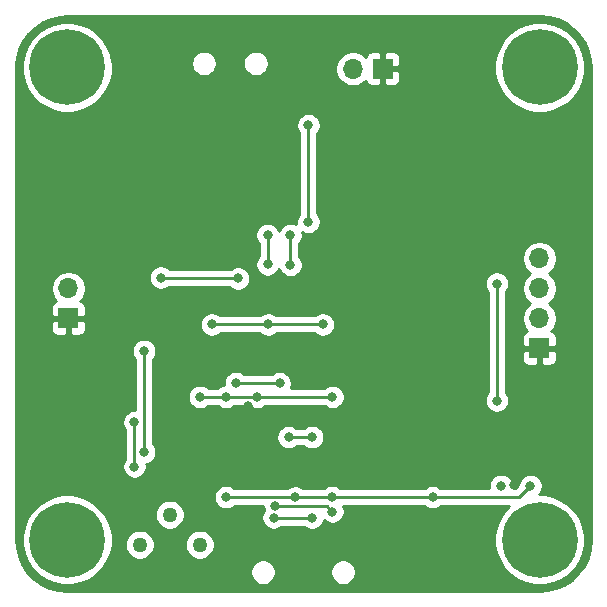
<source format=gbr>
G04 #@! TF.GenerationSoftware,KiCad,Pcbnew,(5.1.9)-1*
G04 #@! TF.CreationDate,2021-05-06T17:03:27+01:00*
G04 #@! TF.ProjectId,Little Logic Computer - Power+Timing,4c697474-6c65-4204-9c6f-67696320436f,2.0*
G04 #@! TF.SameCoordinates,Original*
G04 #@! TF.FileFunction,Copper,L2,Bot*
G04 #@! TF.FilePolarity,Positive*
%FSLAX46Y46*%
G04 Gerber Fmt 4.6, Leading zero omitted, Abs format (unit mm)*
G04 Created by KiCad (PCBNEW (5.1.9)-1) date 2021-05-06 17:03:27*
%MOMM*%
%LPD*%
G01*
G04 APERTURE LIST*
G04 #@! TA.AperFunction,ComponentPad*
%ADD10C,0.800000*%
G04 #@! TD*
G04 #@! TA.AperFunction,ComponentPad*
%ADD11C,6.400000*%
G04 #@! TD*
G04 #@! TA.AperFunction,ComponentPad*
%ADD12C,1.260000*%
G04 #@! TD*
G04 #@! TA.AperFunction,ComponentPad*
%ADD13O,1.700000X1.700000*%
G04 #@! TD*
G04 #@! TA.AperFunction,ComponentPad*
%ADD14R,1.700000X1.700000*%
G04 #@! TD*
G04 #@! TA.AperFunction,ViaPad*
%ADD15C,0.800000*%
G04 #@! TD*
G04 #@! TA.AperFunction,Conductor*
%ADD16C,0.250000*%
G04 #@! TD*
G04 #@! TA.AperFunction,Conductor*
%ADD17C,0.254000*%
G04 #@! TD*
G04 #@! TA.AperFunction,Conductor*
%ADD18C,0.100000*%
G04 #@! TD*
G04 APERTURE END LIST*
D10*
X148297056Y-80302944D03*
X146600000Y-79600000D03*
X144902944Y-80302944D03*
X144200000Y-82000000D03*
X144902944Y-83697056D03*
X146600000Y-84400000D03*
X148297056Y-83697056D03*
X149000000Y-82000000D03*
D11*
X146600000Y-82000000D03*
D10*
X148297056Y-120302944D03*
X146600000Y-119600000D03*
X144902944Y-120302944D03*
X144200000Y-122000000D03*
X144902944Y-123697056D03*
X146600000Y-124400000D03*
X148297056Y-123697056D03*
X149000000Y-122000000D03*
D11*
X146600000Y-122000000D03*
D10*
X108297056Y-120302944D03*
X106600000Y-119600000D03*
X104902944Y-120302944D03*
X104200000Y-122000000D03*
X104902944Y-123697056D03*
X106600000Y-124400000D03*
X108297056Y-123697056D03*
X109000000Y-122000000D03*
D11*
X106600000Y-122000000D03*
D12*
X112746800Y-122406400D03*
X115286800Y-119866400D03*
X117826800Y-122406400D03*
D13*
X146579600Y-98174800D03*
X146579600Y-100714800D03*
X146579600Y-103254800D03*
D14*
X146579600Y-105794800D03*
D13*
X106701600Y-100714800D03*
D14*
X106701600Y-103254800D03*
D10*
X108297056Y-80302944D03*
X106600000Y-79600000D03*
X104902944Y-80302944D03*
X104200000Y-82000000D03*
X104902944Y-83697056D03*
X106600000Y-84400000D03*
X108297056Y-83697056D03*
X109000000Y-82000000D03*
D11*
X106600000Y-82000000D03*
D13*
X130780800Y-82122000D03*
D14*
X133320800Y-82122000D03*
D15*
X109800400Y-117428000D03*
X116607600Y-117428000D03*
X108682800Y-110570000D03*
X109394000Y-106506000D03*
X111121200Y-102797600D03*
X121941600Y-110634600D03*
X126564400Y-123879600D03*
X135200400Y-125657600D03*
X140128000Y-125657600D03*
X131136400Y-113414800D03*
X121840000Y-107064800D03*
X114016800Y-84255600D03*
X114067600Y-78769200D03*
X118792000Y-86897200D03*
X135302000Y-110570000D03*
X144446000Y-117377200D03*
X140686800Y-116208800D03*
X140737600Y-104169200D03*
X138604000Y-108030000D03*
X129206000Y-107166400D03*
X126412000Y-102086400D03*
X138400800Y-87913200D03*
X133422400Y-84814400D03*
X127275600Y-98987600D03*
X112289600Y-112043200D03*
X112289600Y-115802400D03*
X117826800Y-109909600D03*
X122703600Y-109909600D03*
X125904000Y-118407635D03*
X129002800Y-118393200D03*
X120062000Y-109909600D03*
X120062000Y-118393200D03*
X129053600Y-109909600D03*
X137537200Y-118393200D03*
X123618000Y-103762800D03*
X118842800Y-103762800D03*
X128240800Y-103762800D03*
X123567200Y-98682800D03*
X123567200Y-96193600D03*
X127021600Y-95076000D03*
X127021600Y-86897200D03*
X145817600Y-117428000D03*
X114524800Y-99800400D03*
X121060400Y-99868800D03*
X142972800Y-100308400D03*
X142972800Y-110214400D03*
X143328400Y-117428000D03*
X113102400Y-114583200D03*
X113102400Y-105998000D03*
X124583200Y-108741200D03*
X120874800Y-108741200D03*
X124075200Y-120120400D03*
X127326400Y-120120400D03*
X125345200Y-113313200D03*
X127326400Y-113313200D03*
X129053600Y-119612400D03*
X124231162Y-119132635D03*
X125497600Y-96193600D03*
X125497600Y-98733600D03*
D16*
X112289600Y-112043200D02*
X112289600Y-115802400D01*
X128988365Y-118407635D02*
X129002800Y-118393200D01*
X125904000Y-118407635D02*
X128988365Y-118407635D01*
X117826800Y-109909600D02*
X120062000Y-109909600D01*
X120062000Y-109909600D02*
X122703600Y-109909600D01*
X125889565Y-118393200D02*
X125904000Y-118407635D01*
X120062000Y-118393200D02*
X125889565Y-118393200D01*
X129053600Y-109909600D02*
X122703600Y-109909600D01*
X129002800Y-118393200D02*
X137537200Y-118393200D01*
X123618000Y-103762800D02*
X118842800Y-103762800D01*
X123618000Y-103762800D02*
X128240800Y-103762800D01*
X123567200Y-98682800D02*
X123567200Y-96193600D01*
X127021600Y-95076000D02*
X127021600Y-86897200D01*
X144852400Y-118393200D02*
X145817600Y-117428000D01*
X137537200Y-118393200D02*
X144852400Y-118393200D01*
X120992000Y-99800400D02*
X121060400Y-99868800D01*
X114524800Y-99800400D02*
X120992000Y-99800400D01*
X142972800Y-110214400D02*
X142972800Y-100308400D01*
X113102400Y-114583200D02*
X113102400Y-105998000D01*
X124583200Y-108741200D02*
X120874800Y-108741200D01*
X124075200Y-120120400D02*
X127326400Y-120120400D01*
X125345200Y-113313200D02*
X127326400Y-113313200D01*
X128573835Y-119132635D02*
X124231162Y-119132635D01*
X129053600Y-119612400D02*
X128573835Y-119132635D01*
X125497600Y-96193600D02*
X125497600Y-98733600D01*
D17*
X147368083Y-77731173D02*
X148111891Y-77934656D01*
X148807905Y-78266638D01*
X149434130Y-78716626D01*
X149970777Y-79270403D01*
X150400871Y-79910451D01*
X150710829Y-80616553D01*
X150892065Y-81371457D01*
X150940001Y-82024220D01*
X150940000Y-121970608D01*
X150868827Y-122768083D01*
X150665344Y-123511890D01*
X150333363Y-124207904D01*
X149883374Y-124834130D01*
X149329597Y-125370777D01*
X148689549Y-125800871D01*
X147983447Y-126110829D01*
X147228543Y-126292065D01*
X146575793Y-126340000D01*
X106629392Y-126340000D01*
X105831917Y-126268827D01*
X105088110Y-126065344D01*
X104392096Y-125733363D01*
X103765870Y-125283374D01*
X103229223Y-124729597D01*
X102799129Y-124089549D01*
X102489171Y-123383447D01*
X102307935Y-122628543D01*
X102260000Y-121975793D01*
X102260000Y-121622285D01*
X102765000Y-121622285D01*
X102765000Y-122377715D01*
X102912377Y-123118628D01*
X103201467Y-123816554D01*
X103621161Y-124444670D01*
X104155330Y-124978839D01*
X104783446Y-125398533D01*
X105481372Y-125687623D01*
X106222285Y-125835000D01*
X106977715Y-125835000D01*
X107718628Y-125687623D01*
X108416554Y-125398533D01*
X109044670Y-124978839D01*
X109387172Y-124636337D01*
X122079400Y-124636337D01*
X122079400Y-124850063D01*
X122121096Y-125059683D01*
X122202885Y-125257140D01*
X122321625Y-125434847D01*
X122472753Y-125585975D01*
X122650460Y-125704715D01*
X122847917Y-125786504D01*
X123057537Y-125828200D01*
X123271263Y-125828200D01*
X123480883Y-125786504D01*
X123678340Y-125704715D01*
X123856047Y-125585975D01*
X124007175Y-125434847D01*
X124125915Y-125257140D01*
X124207704Y-125059683D01*
X124249400Y-124850063D01*
X124249400Y-124636337D01*
X128879400Y-124636337D01*
X128879400Y-124850063D01*
X128921096Y-125059683D01*
X129002885Y-125257140D01*
X129121625Y-125434847D01*
X129272753Y-125585975D01*
X129450460Y-125704715D01*
X129647917Y-125786504D01*
X129857537Y-125828200D01*
X130071263Y-125828200D01*
X130280883Y-125786504D01*
X130478340Y-125704715D01*
X130656047Y-125585975D01*
X130807175Y-125434847D01*
X130925915Y-125257140D01*
X131007704Y-125059683D01*
X131049400Y-124850063D01*
X131049400Y-124636337D01*
X131007704Y-124426717D01*
X130925915Y-124229260D01*
X130807175Y-124051553D01*
X130656047Y-123900425D01*
X130478340Y-123781685D01*
X130280883Y-123699896D01*
X130071263Y-123658200D01*
X129857537Y-123658200D01*
X129647917Y-123699896D01*
X129450460Y-123781685D01*
X129272753Y-123900425D01*
X129121625Y-124051553D01*
X129002885Y-124229260D01*
X128921096Y-124426717D01*
X128879400Y-124636337D01*
X124249400Y-124636337D01*
X124207704Y-124426717D01*
X124125915Y-124229260D01*
X124007175Y-124051553D01*
X123856047Y-123900425D01*
X123678340Y-123781685D01*
X123480883Y-123699896D01*
X123271263Y-123658200D01*
X123057537Y-123658200D01*
X122847917Y-123699896D01*
X122650460Y-123781685D01*
X122472753Y-123900425D01*
X122321625Y-124051553D01*
X122202885Y-124229260D01*
X122121096Y-124426717D01*
X122079400Y-124636337D01*
X109387172Y-124636337D01*
X109578839Y-124444670D01*
X109998533Y-123816554D01*
X110287623Y-123118628D01*
X110435000Y-122377715D01*
X110435000Y-122281808D01*
X111481800Y-122281808D01*
X111481800Y-122530992D01*
X111530413Y-122775387D01*
X111625771Y-123005602D01*
X111764210Y-123212791D01*
X111940409Y-123388990D01*
X112147598Y-123527429D01*
X112377813Y-123622787D01*
X112622208Y-123671400D01*
X112871392Y-123671400D01*
X113115787Y-123622787D01*
X113346002Y-123527429D01*
X113553191Y-123388990D01*
X113729390Y-123212791D01*
X113867829Y-123005602D01*
X113963187Y-122775387D01*
X114011800Y-122530992D01*
X114011800Y-122281808D01*
X116561800Y-122281808D01*
X116561800Y-122530992D01*
X116610413Y-122775387D01*
X116705771Y-123005602D01*
X116844210Y-123212791D01*
X117020409Y-123388990D01*
X117227598Y-123527429D01*
X117457813Y-123622787D01*
X117702208Y-123671400D01*
X117951392Y-123671400D01*
X118195787Y-123622787D01*
X118426002Y-123527429D01*
X118633191Y-123388990D01*
X118809390Y-123212791D01*
X118947829Y-123005602D01*
X119043187Y-122775387D01*
X119091800Y-122530992D01*
X119091800Y-122281808D01*
X119043187Y-122037413D01*
X118947829Y-121807198D01*
X118809390Y-121600009D01*
X118633191Y-121423810D01*
X118426002Y-121285371D01*
X118195787Y-121190013D01*
X117951392Y-121141400D01*
X117702208Y-121141400D01*
X117457813Y-121190013D01*
X117227598Y-121285371D01*
X117020409Y-121423810D01*
X116844210Y-121600009D01*
X116705771Y-121807198D01*
X116610413Y-122037413D01*
X116561800Y-122281808D01*
X114011800Y-122281808D01*
X113963187Y-122037413D01*
X113867829Y-121807198D01*
X113729390Y-121600009D01*
X113553191Y-121423810D01*
X113346002Y-121285371D01*
X113115787Y-121190013D01*
X112871392Y-121141400D01*
X112622208Y-121141400D01*
X112377813Y-121190013D01*
X112147598Y-121285371D01*
X111940409Y-121423810D01*
X111764210Y-121600009D01*
X111625771Y-121807198D01*
X111530413Y-122037413D01*
X111481800Y-122281808D01*
X110435000Y-122281808D01*
X110435000Y-121622285D01*
X110287623Y-120881372D01*
X109998533Y-120183446D01*
X109703440Y-119741808D01*
X114021800Y-119741808D01*
X114021800Y-119990992D01*
X114070413Y-120235387D01*
X114165771Y-120465602D01*
X114304210Y-120672791D01*
X114480409Y-120848990D01*
X114687598Y-120987429D01*
X114917813Y-121082787D01*
X115162208Y-121131400D01*
X115411392Y-121131400D01*
X115655787Y-121082787D01*
X115886002Y-120987429D01*
X116093191Y-120848990D01*
X116269390Y-120672791D01*
X116407829Y-120465602D01*
X116503187Y-120235387D01*
X116551800Y-119990992D01*
X116551800Y-119741808D01*
X116503187Y-119497413D01*
X116407829Y-119267198D01*
X116269390Y-119060009D01*
X116093191Y-118883810D01*
X115886002Y-118745371D01*
X115655787Y-118650013D01*
X115411392Y-118601400D01*
X115162208Y-118601400D01*
X114917813Y-118650013D01*
X114687598Y-118745371D01*
X114480409Y-118883810D01*
X114304210Y-119060009D01*
X114165771Y-119267198D01*
X114070413Y-119497413D01*
X114021800Y-119741808D01*
X109703440Y-119741808D01*
X109578839Y-119555330D01*
X109044670Y-119021161D01*
X108416554Y-118601467D01*
X107718628Y-118312377D01*
X107612471Y-118291261D01*
X119027000Y-118291261D01*
X119027000Y-118495139D01*
X119066774Y-118695098D01*
X119144795Y-118883456D01*
X119258063Y-119052974D01*
X119402226Y-119197137D01*
X119571744Y-119310405D01*
X119760102Y-119388426D01*
X119960061Y-119428200D01*
X120163939Y-119428200D01*
X120363898Y-119388426D01*
X120552256Y-119310405D01*
X120721774Y-119197137D01*
X120765711Y-119153200D01*
X123196162Y-119153200D01*
X123196162Y-119234574D01*
X123235936Y-119434533D01*
X123256127Y-119483278D01*
X123157995Y-119630144D01*
X123079974Y-119818502D01*
X123040200Y-120018461D01*
X123040200Y-120222339D01*
X123079974Y-120422298D01*
X123157995Y-120610656D01*
X123271263Y-120780174D01*
X123415426Y-120924337D01*
X123584944Y-121037605D01*
X123773302Y-121115626D01*
X123973261Y-121155400D01*
X124177139Y-121155400D01*
X124377098Y-121115626D01*
X124565456Y-121037605D01*
X124734974Y-120924337D01*
X124778911Y-120880400D01*
X126622689Y-120880400D01*
X126666626Y-120924337D01*
X126836144Y-121037605D01*
X127024502Y-121115626D01*
X127224461Y-121155400D01*
X127428339Y-121155400D01*
X127628298Y-121115626D01*
X127816656Y-121037605D01*
X127986174Y-120924337D01*
X128130337Y-120780174D01*
X128243605Y-120610656D01*
X128321626Y-120422298D01*
X128334594Y-120357105D01*
X128393826Y-120416337D01*
X128563344Y-120529605D01*
X128751702Y-120607626D01*
X128951661Y-120647400D01*
X129155539Y-120647400D01*
X129355498Y-120607626D01*
X129543856Y-120529605D01*
X129713374Y-120416337D01*
X129857537Y-120272174D01*
X129970805Y-120102656D01*
X130048826Y-119914298D01*
X130088600Y-119714339D01*
X130088600Y-119510461D01*
X130048826Y-119310502D01*
X129983669Y-119153200D01*
X136833489Y-119153200D01*
X136877426Y-119197137D01*
X137046944Y-119310405D01*
X137235302Y-119388426D01*
X137435261Y-119428200D01*
X137639139Y-119428200D01*
X137839098Y-119388426D01*
X138027456Y-119310405D01*
X138196974Y-119197137D01*
X138240911Y-119153200D01*
X144023291Y-119153200D01*
X143621161Y-119555330D01*
X143201467Y-120183446D01*
X142912377Y-120881372D01*
X142765000Y-121622285D01*
X142765000Y-122377715D01*
X142912377Y-123118628D01*
X143201467Y-123816554D01*
X143621161Y-124444670D01*
X144155330Y-124978839D01*
X144783446Y-125398533D01*
X145481372Y-125687623D01*
X146222285Y-125835000D01*
X146977715Y-125835000D01*
X147718628Y-125687623D01*
X148416554Y-125398533D01*
X149044670Y-124978839D01*
X149578839Y-124444670D01*
X149998533Y-123816554D01*
X150287623Y-123118628D01*
X150435000Y-122377715D01*
X150435000Y-121622285D01*
X150287623Y-120881372D01*
X149998533Y-120183446D01*
X149578839Y-119555330D01*
X149044670Y-119021161D01*
X148416554Y-118601467D01*
X147718628Y-118312377D01*
X146977715Y-118165000D01*
X146544311Y-118165000D01*
X146621537Y-118087774D01*
X146734805Y-117918256D01*
X146812826Y-117729898D01*
X146852600Y-117529939D01*
X146852600Y-117326061D01*
X146812826Y-117126102D01*
X146734805Y-116937744D01*
X146621537Y-116768226D01*
X146477374Y-116624063D01*
X146307856Y-116510795D01*
X146119498Y-116432774D01*
X145919539Y-116393000D01*
X145715661Y-116393000D01*
X145515702Y-116432774D01*
X145327344Y-116510795D01*
X145157826Y-116624063D01*
X145013663Y-116768226D01*
X144900395Y-116937744D01*
X144822374Y-117126102D01*
X144782600Y-117326061D01*
X144782600Y-117388199D01*
X144537599Y-117633200D01*
X144342860Y-117633200D01*
X144363400Y-117529939D01*
X144363400Y-117326061D01*
X144323626Y-117126102D01*
X144245605Y-116937744D01*
X144132337Y-116768226D01*
X143988174Y-116624063D01*
X143818656Y-116510795D01*
X143630298Y-116432774D01*
X143430339Y-116393000D01*
X143226461Y-116393000D01*
X143026502Y-116432774D01*
X142838144Y-116510795D01*
X142668626Y-116624063D01*
X142524463Y-116768226D01*
X142411195Y-116937744D01*
X142333174Y-117126102D01*
X142293400Y-117326061D01*
X142293400Y-117529939D01*
X142313940Y-117633200D01*
X138240911Y-117633200D01*
X138196974Y-117589263D01*
X138027456Y-117475995D01*
X137839098Y-117397974D01*
X137639139Y-117358200D01*
X137435261Y-117358200D01*
X137235302Y-117397974D01*
X137046944Y-117475995D01*
X136877426Y-117589263D01*
X136833489Y-117633200D01*
X129706511Y-117633200D01*
X129662574Y-117589263D01*
X129493056Y-117475995D01*
X129304698Y-117397974D01*
X129104739Y-117358200D01*
X128900861Y-117358200D01*
X128700902Y-117397974D01*
X128512544Y-117475995D01*
X128343026Y-117589263D01*
X128284654Y-117647635D01*
X126607711Y-117647635D01*
X126563774Y-117603698D01*
X126394256Y-117490430D01*
X126205898Y-117412409D01*
X126005939Y-117372635D01*
X125802061Y-117372635D01*
X125602102Y-117412409D01*
X125413744Y-117490430D01*
X125244226Y-117603698D01*
X125214724Y-117633200D01*
X120765711Y-117633200D01*
X120721774Y-117589263D01*
X120552256Y-117475995D01*
X120363898Y-117397974D01*
X120163939Y-117358200D01*
X119960061Y-117358200D01*
X119760102Y-117397974D01*
X119571744Y-117475995D01*
X119402226Y-117589263D01*
X119258063Y-117733426D01*
X119144795Y-117902944D01*
X119066774Y-118091302D01*
X119027000Y-118291261D01*
X107612471Y-118291261D01*
X106977715Y-118165000D01*
X106222285Y-118165000D01*
X105481372Y-118312377D01*
X104783446Y-118601467D01*
X104155330Y-119021161D01*
X103621161Y-119555330D01*
X103201467Y-120183446D01*
X102912377Y-120881372D01*
X102765000Y-121622285D01*
X102260000Y-121622285D01*
X102260000Y-111941261D01*
X111254600Y-111941261D01*
X111254600Y-112145139D01*
X111294374Y-112345098D01*
X111372395Y-112533456D01*
X111485663Y-112702974D01*
X111529600Y-112746911D01*
X111529601Y-115098688D01*
X111485663Y-115142626D01*
X111372395Y-115312144D01*
X111294374Y-115500502D01*
X111254600Y-115700461D01*
X111254600Y-115904339D01*
X111294374Y-116104298D01*
X111372395Y-116292656D01*
X111485663Y-116462174D01*
X111629826Y-116606337D01*
X111799344Y-116719605D01*
X111987702Y-116797626D01*
X112187661Y-116837400D01*
X112391539Y-116837400D01*
X112591498Y-116797626D01*
X112779856Y-116719605D01*
X112949374Y-116606337D01*
X113093537Y-116462174D01*
X113206805Y-116292656D01*
X113284826Y-116104298D01*
X113324600Y-115904339D01*
X113324600Y-115700461D01*
X113304283Y-115598320D01*
X113404298Y-115578426D01*
X113592656Y-115500405D01*
X113762174Y-115387137D01*
X113906337Y-115242974D01*
X114019605Y-115073456D01*
X114097626Y-114885098D01*
X114137400Y-114685139D01*
X114137400Y-114481261D01*
X114097626Y-114281302D01*
X114019605Y-114092944D01*
X113906337Y-113923426D01*
X113862400Y-113879489D01*
X113862400Y-113211261D01*
X124310200Y-113211261D01*
X124310200Y-113415139D01*
X124349974Y-113615098D01*
X124427995Y-113803456D01*
X124541263Y-113972974D01*
X124685426Y-114117137D01*
X124854944Y-114230405D01*
X125043302Y-114308426D01*
X125243261Y-114348200D01*
X125447139Y-114348200D01*
X125647098Y-114308426D01*
X125835456Y-114230405D01*
X126004974Y-114117137D01*
X126048911Y-114073200D01*
X126622689Y-114073200D01*
X126666626Y-114117137D01*
X126836144Y-114230405D01*
X127024502Y-114308426D01*
X127224461Y-114348200D01*
X127428339Y-114348200D01*
X127628298Y-114308426D01*
X127816656Y-114230405D01*
X127986174Y-114117137D01*
X128130337Y-113972974D01*
X128243605Y-113803456D01*
X128321626Y-113615098D01*
X128361400Y-113415139D01*
X128361400Y-113211261D01*
X128321626Y-113011302D01*
X128243605Y-112822944D01*
X128130337Y-112653426D01*
X127986174Y-112509263D01*
X127816656Y-112395995D01*
X127628298Y-112317974D01*
X127428339Y-112278200D01*
X127224461Y-112278200D01*
X127024502Y-112317974D01*
X126836144Y-112395995D01*
X126666626Y-112509263D01*
X126622689Y-112553200D01*
X126048911Y-112553200D01*
X126004974Y-112509263D01*
X125835456Y-112395995D01*
X125647098Y-112317974D01*
X125447139Y-112278200D01*
X125243261Y-112278200D01*
X125043302Y-112317974D01*
X124854944Y-112395995D01*
X124685426Y-112509263D01*
X124541263Y-112653426D01*
X124427995Y-112822944D01*
X124349974Y-113011302D01*
X124310200Y-113211261D01*
X113862400Y-113211261D01*
X113862400Y-109807661D01*
X116791800Y-109807661D01*
X116791800Y-110011539D01*
X116831574Y-110211498D01*
X116909595Y-110399856D01*
X117022863Y-110569374D01*
X117167026Y-110713537D01*
X117336544Y-110826805D01*
X117524902Y-110904826D01*
X117724861Y-110944600D01*
X117928739Y-110944600D01*
X118128698Y-110904826D01*
X118317056Y-110826805D01*
X118486574Y-110713537D01*
X118530511Y-110669600D01*
X119358289Y-110669600D01*
X119402226Y-110713537D01*
X119571744Y-110826805D01*
X119760102Y-110904826D01*
X119960061Y-110944600D01*
X120163939Y-110944600D01*
X120363898Y-110904826D01*
X120552256Y-110826805D01*
X120721774Y-110713537D01*
X120765711Y-110669600D01*
X121999889Y-110669600D01*
X122043826Y-110713537D01*
X122213344Y-110826805D01*
X122401702Y-110904826D01*
X122601661Y-110944600D01*
X122805539Y-110944600D01*
X123005498Y-110904826D01*
X123193856Y-110826805D01*
X123363374Y-110713537D01*
X123407311Y-110669600D01*
X128349889Y-110669600D01*
X128393826Y-110713537D01*
X128563344Y-110826805D01*
X128751702Y-110904826D01*
X128951661Y-110944600D01*
X129155539Y-110944600D01*
X129355498Y-110904826D01*
X129543856Y-110826805D01*
X129713374Y-110713537D01*
X129857537Y-110569374D01*
X129970805Y-110399856D01*
X130048826Y-110211498D01*
X130088600Y-110011539D01*
X130088600Y-109807661D01*
X130048826Y-109607702D01*
X129970805Y-109419344D01*
X129857537Y-109249826D01*
X129713374Y-109105663D01*
X129543856Y-108992395D01*
X129355498Y-108914374D01*
X129155539Y-108874600D01*
X128951661Y-108874600D01*
X128751702Y-108914374D01*
X128563344Y-108992395D01*
X128393826Y-109105663D01*
X128349889Y-109149600D01*
X125534311Y-109149600D01*
X125578426Y-109043098D01*
X125618200Y-108843139D01*
X125618200Y-108639261D01*
X125578426Y-108439302D01*
X125500405Y-108250944D01*
X125387137Y-108081426D01*
X125242974Y-107937263D01*
X125073456Y-107823995D01*
X124885098Y-107745974D01*
X124685139Y-107706200D01*
X124481261Y-107706200D01*
X124281302Y-107745974D01*
X124092944Y-107823995D01*
X123923426Y-107937263D01*
X123879489Y-107981200D01*
X121578511Y-107981200D01*
X121534574Y-107937263D01*
X121365056Y-107823995D01*
X121176698Y-107745974D01*
X120976739Y-107706200D01*
X120772861Y-107706200D01*
X120572902Y-107745974D01*
X120384544Y-107823995D01*
X120215026Y-107937263D01*
X120070863Y-108081426D01*
X119957595Y-108250944D01*
X119879574Y-108439302D01*
X119839800Y-108639261D01*
X119839800Y-108843139D01*
X119850397Y-108896413D01*
X119760102Y-108914374D01*
X119571744Y-108992395D01*
X119402226Y-109105663D01*
X119358289Y-109149600D01*
X118530511Y-109149600D01*
X118486574Y-109105663D01*
X118317056Y-108992395D01*
X118128698Y-108914374D01*
X117928739Y-108874600D01*
X117724861Y-108874600D01*
X117524902Y-108914374D01*
X117336544Y-108992395D01*
X117167026Y-109105663D01*
X117022863Y-109249826D01*
X116909595Y-109419344D01*
X116831574Y-109607702D01*
X116791800Y-109807661D01*
X113862400Y-109807661D01*
X113862400Y-106701711D01*
X113906337Y-106657774D01*
X114019605Y-106488256D01*
X114097626Y-106299898D01*
X114137400Y-106099939D01*
X114137400Y-105896061D01*
X114097626Y-105696102D01*
X114019605Y-105507744D01*
X113906337Y-105338226D01*
X113762174Y-105194063D01*
X113592656Y-105080795D01*
X113404298Y-105002774D01*
X113204339Y-104963000D01*
X113000461Y-104963000D01*
X112800502Y-105002774D01*
X112612144Y-105080795D01*
X112442626Y-105194063D01*
X112298463Y-105338226D01*
X112185195Y-105507744D01*
X112107174Y-105696102D01*
X112067400Y-105896061D01*
X112067400Y-106099939D01*
X112107174Y-106299898D01*
X112185195Y-106488256D01*
X112298463Y-106657774D01*
X112342401Y-106701712D01*
X112342400Y-111008200D01*
X112187661Y-111008200D01*
X111987702Y-111047974D01*
X111799344Y-111125995D01*
X111629826Y-111239263D01*
X111485663Y-111383426D01*
X111372395Y-111552944D01*
X111294374Y-111741302D01*
X111254600Y-111941261D01*
X102260000Y-111941261D01*
X102260000Y-104104800D01*
X105213528Y-104104800D01*
X105225788Y-104229282D01*
X105262098Y-104348980D01*
X105321063Y-104459294D01*
X105400415Y-104555985D01*
X105497106Y-104635337D01*
X105607420Y-104694302D01*
X105727118Y-104730612D01*
X105851600Y-104742872D01*
X106415850Y-104739800D01*
X106574600Y-104581050D01*
X106574600Y-103381800D01*
X106828600Y-103381800D01*
X106828600Y-104581050D01*
X106987350Y-104739800D01*
X107551600Y-104742872D01*
X107676082Y-104730612D01*
X107795780Y-104694302D01*
X107906094Y-104635337D01*
X108002785Y-104555985D01*
X108082137Y-104459294D01*
X108141102Y-104348980D01*
X108177412Y-104229282D01*
X108189672Y-104104800D01*
X108187256Y-103660861D01*
X117807800Y-103660861D01*
X117807800Y-103864739D01*
X117847574Y-104064698D01*
X117925595Y-104253056D01*
X118038863Y-104422574D01*
X118183026Y-104566737D01*
X118352544Y-104680005D01*
X118540902Y-104758026D01*
X118740861Y-104797800D01*
X118944739Y-104797800D01*
X119144698Y-104758026D01*
X119333056Y-104680005D01*
X119502574Y-104566737D01*
X119546511Y-104522800D01*
X122914289Y-104522800D01*
X122958226Y-104566737D01*
X123127744Y-104680005D01*
X123316102Y-104758026D01*
X123516061Y-104797800D01*
X123719939Y-104797800D01*
X123919898Y-104758026D01*
X124108256Y-104680005D01*
X124277774Y-104566737D01*
X124321711Y-104522800D01*
X127537089Y-104522800D01*
X127581026Y-104566737D01*
X127750544Y-104680005D01*
X127938902Y-104758026D01*
X128138861Y-104797800D01*
X128342739Y-104797800D01*
X128542698Y-104758026D01*
X128731056Y-104680005D01*
X128900574Y-104566737D01*
X129044737Y-104422574D01*
X129158005Y-104253056D01*
X129236026Y-104064698D01*
X129275800Y-103864739D01*
X129275800Y-103660861D01*
X129236026Y-103460902D01*
X129158005Y-103272544D01*
X129044737Y-103103026D01*
X128900574Y-102958863D01*
X128731056Y-102845595D01*
X128542698Y-102767574D01*
X128342739Y-102727800D01*
X128138861Y-102727800D01*
X127938902Y-102767574D01*
X127750544Y-102845595D01*
X127581026Y-102958863D01*
X127537089Y-103002800D01*
X124321711Y-103002800D01*
X124277774Y-102958863D01*
X124108256Y-102845595D01*
X123919898Y-102767574D01*
X123719939Y-102727800D01*
X123516061Y-102727800D01*
X123316102Y-102767574D01*
X123127744Y-102845595D01*
X122958226Y-102958863D01*
X122914289Y-103002800D01*
X119546511Y-103002800D01*
X119502574Y-102958863D01*
X119333056Y-102845595D01*
X119144698Y-102767574D01*
X118944739Y-102727800D01*
X118740861Y-102727800D01*
X118540902Y-102767574D01*
X118352544Y-102845595D01*
X118183026Y-102958863D01*
X118038863Y-103103026D01*
X117925595Y-103272544D01*
X117847574Y-103460902D01*
X117807800Y-103660861D01*
X108187256Y-103660861D01*
X108186600Y-103540550D01*
X108027850Y-103381800D01*
X106828600Y-103381800D01*
X106574600Y-103381800D01*
X105375350Y-103381800D01*
X105216600Y-103540550D01*
X105213528Y-104104800D01*
X102260000Y-104104800D01*
X102260000Y-102404800D01*
X105213528Y-102404800D01*
X105216600Y-102969050D01*
X105375350Y-103127800D01*
X106574600Y-103127800D01*
X106574600Y-103107800D01*
X106828600Y-103107800D01*
X106828600Y-103127800D01*
X108027850Y-103127800D01*
X108186600Y-102969050D01*
X108189672Y-102404800D01*
X108177412Y-102280318D01*
X108141102Y-102160620D01*
X108082137Y-102050306D01*
X108002785Y-101953615D01*
X107906094Y-101874263D01*
X107795780Y-101815298D01*
X107723220Y-101793287D01*
X107855075Y-101661432D01*
X108017590Y-101418211D01*
X108129532Y-101147958D01*
X108186600Y-100861060D01*
X108186600Y-100568540D01*
X108129532Y-100281642D01*
X108017590Y-100011389D01*
X107855075Y-99768168D01*
X107785368Y-99698461D01*
X113489800Y-99698461D01*
X113489800Y-99902339D01*
X113529574Y-100102298D01*
X113607595Y-100290656D01*
X113720863Y-100460174D01*
X113865026Y-100604337D01*
X114034544Y-100717605D01*
X114222902Y-100795626D01*
X114422861Y-100835400D01*
X114626739Y-100835400D01*
X114826698Y-100795626D01*
X115015056Y-100717605D01*
X115184574Y-100604337D01*
X115228511Y-100560400D01*
X120288289Y-100560400D01*
X120400626Y-100672737D01*
X120570144Y-100786005D01*
X120758502Y-100864026D01*
X120958461Y-100903800D01*
X121162339Y-100903800D01*
X121362298Y-100864026D01*
X121550656Y-100786005D01*
X121720174Y-100672737D01*
X121864337Y-100528574D01*
X121977605Y-100359056D01*
X122040812Y-100206461D01*
X141937800Y-100206461D01*
X141937800Y-100410339D01*
X141977574Y-100610298D01*
X142055595Y-100798656D01*
X142168863Y-100968174D01*
X142212801Y-101012112D01*
X142212800Y-109510689D01*
X142168863Y-109554626D01*
X142055595Y-109724144D01*
X141977574Y-109912502D01*
X141937800Y-110112461D01*
X141937800Y-110316339D01*
X141977574Y-110516298D01*
X142055595Y-110704656D01*
X142168863Y-110874174D01*
X142313026Y-111018337D01*
X142482544Y-111131605D01*
X142670902Y-111209626D01*
X142870861Y-111249400D01*
X143074739Y-111249400D01*
X143274698Y-111209626D01*
X143463056Y-111131605D01*
X143632574Y-111018337D01*
X143776737Y-110874174D01*
X143890005Y-110704656D01*
X143968026Y-110516298D01*
X144007800Y-110316339D01*
X144007800Y-110112461D01*
X143968026Y-109912502D01*
X143890005Y-109724144D01*
X143776737Y-109554626D01*
X143732800Y-109510689D01*
X143732800Y-106644800D01*
X145091528Y-106644800D01*
X145103788Y-106769282D01*
X145140098Y-106888980D01*
X145199063Y-106999294D01*
X145278415Y-107095985D01*
X145375106Y-107175337D01*
X145485420Y-107234302D01*
X145605118Y-107270612D01*
X145729600Y-107282872D01*
X146293850Y-107279800D01*
X146452600Y-107121050D01*
X146452600Y-105921800D01*
X146706600Y-105921800D01*
X146706600Y-107121050D01*
X146865350Y-107279800D01*
X147429600Y-107282872D01*
X147554082Y-107270612D01*
X147673780Y-107234302D01*
X147784094Y-107175337D01*
X147880785Y-107095985D01*
X147960137Y-106999294D01*
X148019102Y-106888980D01*
X148055412Y-106769282D01*
X148067672Y-106644800D01*
X148064600Y-106080550D01*
X147905850Y-105921800D01*
X146706600Y-105921800D01*
X146452600Y-105921800D01*
X145253350Y-105921800D01*
X145094600Y-106080550D01*
X145091528Y-106644800D01*
X143732800Y-106644800D01*
X143732800Y-104944800D01*
X145091528Y-104944800D01*
X145094600Y-105509050D01*
X145253350Y-105667800D01*
X146452600Y-105667800D01*
X146452600Y-105647800D01*
X146706600Y-105647800D01*
X146706600Y-105667800D01*
X147905850Y-105667800D01*
X148064600Y-105509050D01*
X148067672Y-104944800D01*
X148055412Y-104820318D01*
X148019102Y-104700620D01*
X147960137Y-104590306D01*
X147880785Y-104493615D01*
X147784094Y-104414263D01*
X147673780Y-104355298D01*
X147601220Y-104333287D01*
X147733075Y-104201432D01*
X147895590Y-103958211D01*
X148007532Y-103687958D01*
X148064600Y-103401060D01*
X148064600Y-103108540D01*
X148007532Y-102821642D01*
X147895590Y-102551389D01*
X147733075Y-102308168D01*
X147526232Y-102101325D01*
X147351840Y-101984800D01*
X147526232Y-101868275D01*
X147733075Y-101661432D01*
X147895590Y-101418211D01*
X148007532Y-101147958D01*
X148064600Y-100861060D01*
X148064600Y-100568540D01*
X148007532Y-100281642D01*
X147895590Y-100011389D01*
X147733075Y-99768168D01*
X147526232Y-99561325D01*
X147351840Y-99444800D01*
X147526232Y-99328275D01*
X147733075Y-99121432D01*
X147895590Y-98878211D01*
X148007532Y-98607958D01*
X148064600Y-98321060D01*
X148064600Y-98028540D01*
X148007532Y-97741642D01*
X147895590Y-97471389D01*
X147733075Y-97228168D01*
X147526232Y-97021325D01*
X147283011Y-96858810D01*
X147012758Y-96746868D01*
X146725860Y-96689800D01*
X146433340Y-96689800D01*
X146146442Y-96746868D01*
X145876189Y-96858810D01*
X145632968Y-97021325D01*
X145426125Y-97228168D01*
X145263610Y-97471389D01*
X145151668Y-97741642D01*
X145094600Y-98028540D01*
X145094600Y-98321060D01*
X145151668Y-98607958D01*
X145263610Y-98878211D01*
X145426125Y-99121432D01*
X145632968Y-99328275D01*
X145807360Y-99444800D01*
X145632968Y-99561325D01*
X145426125Y-99768168D01*
X145263610Y-100011389D01*
X145151668Y-100281642D01*
X145094600Y-100568540D01*
X145094600Y-100861060D01*
X145151668Y-101147958D01*
X145263610Y-101418211D01*
X145426125Y-101661432D01*
X145632968Y-101868275D01*
X145807360Y-101984800D01*
X145632968Y-102101325D01*
X145426125Y-102308168D01*
X145263610Y-102551389D01*
X145151668Y-102821642D01*
X145094600Y-103108540D01*
X145094600Y-103401060D01*
X145151668Y-103687958D01*
X145263610Y-103958211D01*
X145426125Y-104201432D01*
X145557980Y-104333287D01*
X145485420Y-104355298D01*
X145375106Y-104414263D01*
X145278415Y-104493615D01*
X145199063Y-104590306D01*
X145140098Y-104700620D01*
X145103788Y-104820318D01*
X145091528Y-104944800D01*
X143732800Y-104944800D01*
X143732800Y-101012111D01*
X143776737Y-100968174D01*
X143890005Y-100798656D01*
X143968026Y-100610298D01*
X144007800Y-100410339D01*
X144007800Y-100206461D01*
X143968026Y-100006502D01*
X143890005Y-99818144D01*
X143776737Y-99648626D01*
X143632574Y-99504463D01*
X143463056Y-99391195D01*
X143274698Y-99313174D01*
X143074739Y-99273400D01*
X142870861Y-99273400D01*
X142670902Y-99313174D01*
X142482544Y-99391195D01*
X142313026Y-99504463D01*
X142168863Y-99648626D01*
X142055595Y-99818144D01*
X141977574Y-100006502D01*
X141937800Y-100206461D01*
X122040812Y-100206461D01*
X122055626Y-100170698D01*
X122095400Y-99970739D01*
X122095400Y-99766861D01*
X122055626Y-99566902D01*
X121977605Y-99378544D01*
X121864337Y-99209026D01*
X121720174Y-99064863D01*
X121550656Y-98951595D01*
X121362298Y-98873574D01*
X121162339Y-98833800D01*
X120958461Y-98833800D01*
X120758502Y-98873574D01*
X120570144Y-98951595D01*
X120437238Y-99040400D01*
X115228511Y-99040400D01*
X115184574Y-98996463D01*
X115015056Y-98883195D01*
X114826698Y-98805174D01*
X114626739Y-98765400D01*
X114422861Y-98765400D01*
X114222902Y-98805174D01*
X114034544Y-98883195D01*
X113865026Y-98996463D01*
X113720863Y-99140626D01*
X113607595Y-99310144D01*
X113529574Y-99498502D01*
X113489800Y-99698461D01*
X107785368Y-99698461D01*
X107648232Y-99561325D01*
X107405011Y-99398810D01*
X107134758Y-99286868D01*
X106847860Y-99229800D01*
X106555340Y-99229800D01*
X106268442Y-99286868D01*
X105998189Y-99398810D01*
X105754968Y-99561325D01*
X105548125Y-99768168D01*
X105385610Y-100011389D01*
X105273668Y-100281642D01*
X105216600Y-100568540D01*
X105216600Y-100861060D01*
X105273668Y-101147958D01*
X105385610Y-101418211D01*
X105548125Y-101661432D01*
X105679980Y-101793287D01*
X105607420Y-101815298D01*
X105497106Y-101874263D01*
X105400415Y-101953615D01*
X105321063Y-102050306D01*
X105262098Y-102160620D01*
X105225788Y-102280318D01*
X105213528Y-102404800D01*
X102260000Y-102404800D01*
X102260000Y-96091661D01*
X122532200Y-96091661D01*
X122532200Y-96295539D01*
X122571974Y-96495498D01*
X122649995Y-96683856D01*
X122763263Y-96853374D01*
X122807201Y-96897312D01*
X122807200Y-97979089D01*
X122763263Y-98023026D01*
X122649995Y-98192544D01*
X122571974Y-98380902D01*
X122532200Y-98580861D01*
X122532200Y-98784739D01*
X122571974Y-98984698D01*
X122649995Y-99173056D01*
X122763263Y-99342574D01*
X122907426Y-99486737D01*
X123076944Y-99600005D01*
X123265302Y-99678026D01*
X123465261Y-99717800D01*
X123669139Y-99717800D01*
X123869098Y-99678026D01*
X124057456Y-99600005D01*
X124226974Y-99486737D01*
X124371137Y-99342574D01*
X124484405Y-99173056D01*
X124521879Y-99082587D01*
X124580395Y-99223856D01*
X124693663Y-99393374D01*
X124837826Y-99537537D01*
X125007344Y-99650805D01*
X125195702Y-99728826D01*
X125395661Y-99768600D01*
X125599539Y-99768600D01*
X125799498Y-99728826D01*
X125987856Y-99650805D01*
X126157374Y-99537537D01*
X126301537Y-99393374D01*
X126414805Y-99223856D01*
X126492826Y-99035498D01*
X126532600Y-98835539D01*
X126532600Y-98631661D01*
X126492826Y-98431702D01*
X126414805Y-98243344D01*
X126301537Y-98073826D01*
X126257600Y-98029889D01*
X126257600Y-96897311D01*
X126301537Y-96853374D01*
X126414805Y-96683856D01*
X126492826Y-96495498D01*
X126532600Y-96295539D01*
X126532600Y-96091661D01*
X126510207Y-95979082D01*
X126531344Y-95993205D01*
X126719702Y-96071226D01*
X126919661Y-96111000D01*
X127123539Y-96111000D01*
X127323498Y-96071226D01*
X127511856Y-95993205D01*
X127681374Y-95879937D01*
X127825537Y-95735774D01*
X127938805Y-95566256D01*
X128016826Y-95377898D01*
X128056600Y-95177939D01*
X128056600Y-94974061D01*
X128016826Y-94774102D01*
X127938805Y-94585744D01*
X127825537Y-94416226D01*
X127781600Y-94372289D01*
X127781600Y-87600911D01*
X127825537Y-87556974D01*
X127938805Y-87387456D01*
X128016826Y-87199098D01*
X128056600Y-86999139D01*
X128056600Y-86795261D01*
X128016826Y-86595302D01*
X127938805Y-86406944D01*
X127825537Y-86237426D01*
X127681374Y-86093263D01*
X127511856Y-85979995D01*
X127323498Y-85901974D01*
X127123539Y-85862200D01*
X126919661Y-85862200D01*
X126719702Y-85901974D01*
X126531344Y-85979995D01*
X126361826Y-86093263D01*
X126217663Y-86237426D01*
X126104395Y-86406944D01*
X126026374Y-86595302D01*
X125986600Y-86795261D01*
X125986600Y-86999139D01*
X126026374Y-87199098D01*
X126104395Y-87387456D01*
X126217663Y-87556974D01*
X126261601Y-87600912D01*
X126261600Y-94372289D01*
X126217663Y-94416226D01*
X126104395Y-94585744D01*
X126026374Y-94774102D01*
X125986600Y-94974061D01*
X125986600Y-95177939D01*
X126008993Y-95290518D01*
X125987856Y-95276395D01*
X125799498Y-95198374D01*
X125599539Y-95158600D01*
X125395661Y-95158600D01*
X125195702Y-95198374D01*
X125007344Y-95276395D01*
X124837826Y-95389663D01*
X124693663Y-95533826D01*
X124580395Y-95703344D01*
X124532400Y-95819213D01*
X124484405Y-95703344D01*
X124371137Y-95533826D01*
X124226974Y-95389663D01*
X124057456Y-95276395D01*
X123869098Y-95198374D01*
X123669139Y-95158600D01*
X123465261Y-95158600D01*
X123265302Y-95198374D01*
X123076944Y-95276395D01*
X122907426Y-95389663D01*
X122763263Y-95533826D01*
X122649995Y-95703344D01*
X122571974Y-95891702D01*
X122532200Y-96091661D01*
X102260000Y-96091661D01*
X102260000Y-82029392D01*
X102296333Y-81622285D01*
X102765000Y-81622285D01*
X102765000Y-82377715D01*
X102912377Y-83118628D01*
X103201467Y-83816554D01*
X103621161Y-84444670D01*
X104155330Y-84978839D01*
X104783446Y-85398533D01*
X105481372Y-85687623D01*
X106222285Y-85835000D01*
X106977715Y-85835000D01*
X107718628Y-85687623D01*
X108416554Y-85398533D01*
X109044670Y-84978839D01*
X109578839Y-84444670D01*
X109998533Y-83816554D01*
X110287623Y-83118628D01*
X110435000Y-82377715D01*
X110435000Y-81622285D01*
X110422201Y-81557937D01*
X117081800Y-81557937D01*
X117081800Y-81771663D01*
X117123496Y-81981283D01*
X117205285Y-82178740D01*
X117324025Y-82356447D01*
X117475153Y-82507575D01*
X117652860Y-82626315D01*
X117850317Y-82708104D01*
X118059937Y-82749800D01*
X118273663Y-82749800D01*
X118483283Y-82708104D01*
X118680740Y-82626315D01*
X118858447Y-82507575D01*
X119009575Y-82356447D01*
X119128315Y-82178740D01*
X119210104Y-81981283D01*
X119251800Y-81771663D01*
X119251800Y-81557937D01*
X121481800Y-81557937D01*
X121481800Y-81771663D01*
X121523496Y-81981283D01*
X121605285Y-82178740D01*
X121724025Y-82356447D01*
X121875153Y-82507575D01*
X122052860Y-82626315D01*
X122250317Y-82708104D01*
X122459937Y-82749800D01*
X122673663Y-82749800D01*
X122883283Y-82708104D01*
X123080740Y-82626315D01*
X123258447Y-82507575D01*
X123409575Y-82356447D01*
X123528315Y-82178740D01*
X123610104Y-81981283D01*
X123611206Y-81975740D01*
X129295800Y-81975740D01*
X129295800Y-82268260D01*
X129352868Y-82555158D01*
X129464810Y-82825411D01*
X129627325Y-83068632D01*
X129834168Y-83275475D01*
X130077389Y-83437990D01*
X130347642Y-83549932D01*
X130634540Y-83607000D01*
X130927060Y-83607000D01*
X131213958Y-83549932D01*
X131484211Y-83437990D01*
X131727432Y-83275475D01*
X131859287Y-83143620D01*
X131881298Y-83216180D01*
X131940263Y-83326494D01*
X132019615Y-83423185D01*
X132116306Y-83502537D01*
X132226620Y-83561502D01*
X132346318Y-83597812D01*
X132470800Y-83610072D01*
X133035050Y-83607000D01*
X133193800Y-83448250D01*
X133193800Y-82249000D01*
X133447800Y-82249000D01*
X133447800Y-83448250D01*
X133606550Y-83607000D01*
X134170800Y-83610072D01*
X134295282Y-83597812D01*
X134414980Y-83561502D01*
X134525294Y-83502537D01*
X134621985Y-83423185D01*
X134701337Y-83326494D01*
X134760302Y-83216180D01*
X134796612Y-83096482D01*
X134808872Y-82972000D01*
X134805800Y-82407750D01*
X134647050Y-82249000D01*
X133447800Y-82249000D01*
X133193800Y-82249000D01*
X133173800Y-82249000D01*
X133173800Y-81995000D01*
X133193800Y-81995000D01*
X133193800Y-80795750D01*
X133447800Y-80795750D01*
X133447800Y-81995000D01*
X134647050Y-81995000D01*
X134805800Y-81836250D01*
X134806964Y-81622285D01*
X142765000Y-81622285D01*
X142765000Y-82377715D01*
X142912377Y-83118628D01*
X143201467Y-83816554D01*
X143621161Y-84444670D01*
X144155330Y-84978839D01*
X144783446Y-85398533D01*
X145481372Y-85687623D01*
X146222285Y-85835000D01*
X146977715Y-85835000D01*
X147718628Y-85687623D01*
X148416554Y-85398533D01*
X149044670Y-84978839D01*
X149578839Y-84444670D01*
X149998533Y-83816554D01*
X150287623Y-83118628D01*
X150435000Y-82377715D01*
X150435000Y-81622285D01*
X150287623Y-80881372D01*
X149998533Y-80183446D01*
X149578839Y-79555330D01*
X149044670Y-79021161D01*
X148416554Y-78601467D01*
X147718628Y-78312377D01*
X146977715Y-78165000D01*
X146222285Y-78165000D01*
X145481372Y-78312377D01*
X144783446Y-78601467D01*
X144155330Y-79021161D01*
X143621161Y-79555330D01*
X143201467Y-80183446D01*
X142912377Y-80881372D01*
X142765000Y-81622285D01*
X134806964Y-81622285D01*
X134808872Y-81272000D01*
X134796612Y-81147518D01*
X134760302Y-81027820D01*
X134701337Y-80917506D01*
X134621985Y-80820815D01*
X134525294Y-80741463D01*
X134414980Y-80682498D01*
X134295282Y-80646188D01*
X134170800Y-80633928D01*
X133606550Y-80637000D01*
X133447800Y-80795750D01*
X133193800Y-80795750D01*
X133035050Y-80637000D01*
X132470800Y-80633928D01*
X132346318Y-80646188D01*
X132226620Y-80682498D01*
X132116306Y-80741463D01*
X132019615Y-80820815D01*
X131940263Y-80917506D01*
X131881298Y-81027820D01*
X131859287Y-81100380D01*
X131727432Y-80968525D01*
X131484211Y-80806010D01*
X131213958Y-80694068D01*
X130927060Y-80637000D01*
X130634540Y-80637000D01*
X130347642Y-80694068D01*
X130077389Y-80806010D01*
X129834168Y-80968525D01*
X129627325Y-81175368D01*
X129464810Y-81418589D01*
X129352868Y-81688842D01*
X129295800Y-81975740D01*
X123611206Y-81975740D01*
X123651800Y-81771663D01*
X123651800Y-81557937D01*
X123610104Y-81348317D01*
X123528315Y-81150860D01*
X123409575Y-80973153D01*
X123258447Y-80822025D01*
X123080740Y-80703285D01*
X122883283Y-80621496D01*
X122673663Y-80579800D01*
X122459937Y-80579800D01*
X122250317Y-80621496D01*
X122052860Y-80703285D01*
X121875153Y-80822025D01*
X121724025Y-80973153D01*
X121605285Y-81150860D01*
X121523496Y-81348317D01*
X121481800Y-81557937D01*
X119251800Y-81557937D01*
X119210104Y-81348317D01*
X119128315Y-81150860D01*
X119009575Y-80973153D01*
X118858447Y-80822025D01*
X118680740Y-80703285D01*
X118483283Y-80621496D01*
X118273663Y-80579800D01*
X118059937Y-80579800D01*
X117850317Y-80621496D01*
X117652860Y-80703285D01*
X117475153Y-80822025D01*
X117324025Y-80973153D01*
X117205285Y-81150860D01*
X117123496Y-81348317D01*
X117081800Y-81557937D01*
X110422201Y-81557937D01*
X110287623Y-80881372D01*
X109998533Y-80183446D01*
X109578839Y-79555330D01*
X109044670Y-79021161D01*
X108416554Y-78601467D01*
X107718628Y-78312377D01*
X106977715Y-78165000D01*
X106222285Y-78165000D01*
X105481372Y-78312377D01*
X104783446Y-78601467D01*
X104155330Y-79021161D01*
X103621161Y-79555330D01*
X103201467Y-80183446D01*
X102912377Y-80881372D01*
X102765000Y-81622285D01*
X102296333Y-81622285D01*
X102331173Y-81231917D01*
X102534656Y-80488109D01*
X102866638Y-79792095D01*
X103316626Y-79165870D01*
X103870403Y-78629223D01*
X104510451Y-78199129D01*
X105216553Y-77889171D01*
X105971457Y-77707935D01*
X106624207Y-77660000D01*
X146570608Y-77660000D01*
X147368083Y-77731173D01*
G04 #@! TA.AperFunction,Conductor*
D18*
G36*
X147368083Y-77731173D02*
G01*
X148111891Y-77934656D01*
X148807905Y-78266638D01*
X149434130Y-78716626D01*
X149970777Y-79270403D01*
X150400871Y-79910451D01*
X150710829Y-80616553D01*
X150892065Y-81371457D01*
X150940001Y-82024220D01*
X150940000Y-121970608D01*
X150868827Y-122768083D01*
X150665344Y-123511890D01*
X150333363Y-124207904D01*
X149883374Y-124834130D01*
X149329597Y-125370777D01*
X148689549Y-125800871D01*
X147983447Y-126110829D01*
X147228543Y-126292065D01*
X146575793Y-126340000D01*
X106629392Y-126340000D01*
X105831917Y-126268827D01*
X105088110Y-126065344D01*
X104392096Y-125733363D01*
X103765870Y-125283374D01*
X103229223Y-124729597D01*
X102799129Y-124089549D01*
X102489171Y-123383447D01*
X102307935Y-122628543D01*
X102260000Y-121975793D01*
X102260000Y-121622285D01*
X102765000Y-121622285D01*
X102765000Y-122377715D01*
X102912377Y-123118628D01*
X103201467Y-123816554D01*
X103621161Y-124444670D01*
X104155330Y-124978839D01*
X104783446Y-125398533D01*
X105481372Y-125687623D01*
X106222285Y-125835000D01*
X106977715Y-125835000D01*
X107718628Y-125687623D01*
X108416554Y-125398533D01*
X109044670Y-124978839D01*
X109387172Y-124636337D01*
X122079400Y-124636337D01*
X122079400Y-124850063D01*
X122121096Y-125059683D01*
X122202885Y-125257140D01*
X122321625Y-125434847D01*
X122472753Y-125585975D01*
X122650460Y-125704715D01*
X122847917Y-125786504D01*
X123057537Y-125828200D01*
X123271263Y-125828200D01*
X123480883Y-125786504D01*
X123678340Y-125704715D01*
X123856047Y-125585975D01*
X124007175Y-125434847D01*
X124125915Y-125257140D01*
X124207704Y-125059683D01*
X124249400Y-124850063D01*
X124249400Y-124636337D01*
X128879400Y-124636337D01*
X128879400Y-124850063D01*
X128921096Y-125059683D01*
X129002885Y-125257140D01*
X129121625Y-125434847D01*
X129272753Y-125585975D01*
X129450460Y-125704715D01*
X129647917Y-125786504D01*
X129857537Y-125828200D01*
X130071263Y-125828200D01*
X130280883Y-125786504D01*
X130478340Y-125704715D01*
X130656047Y-125585975D01*
X130807175Y-125434847D01*
X130925915Y-125257140D01*
X131007704Y-125059683D01*
X131049400Y-124850063D01*
X131049400Y-124636337D01*
X131007704Y-124426717D01*
X130925915Y-124229260D01*
X130807175Y-124051553D01*
X130656047Y-123900425D01*
X130478340Y-123781685D01*
X130280883Y-123699896D01*
X130071263Y-123658200D01*
X129857537Y-123658200D01*
X129647917Y-123699896D01*
X129450460Y-123781685D01*
X129272753Y-123900425D01*
X129121625Y-124051553D01*
X129002885Y-124229260D01*
X128921096Y-124426717D01*
X128879400Y-124636337D01*
X124249400Y-124636337D01*
X124207704Y-124426717D01*
X124125915Y-124229260D01*
X124007175Y-124051553D01*
X123856047Y-123900425D01*
X123678340Y-123781685D01*
X123480883Y-123699896D01*
X123271263Y-123658200D01*
X123057537Y-123658200D01*
X122847917Y-123699896D01*
X122650460Y-123781685D01*
X122472753Y-123900425D01*
X122321625Y-124051553D01*
X122202885Y-124229260D01*
X122121096Y-124426717D01*
X122079400Y-124636337D01*
X109387172Y-124636337D01*
X109578839Y-124444670D01*
X109998533Y-123816554D01*
X110287623Y-123118628D01*
X110435000Y-122377715D01*
X110435000Y-122281808D01*
X111481800Y-122281808D01*
X111481800Y-122530992D01*
X111530413Y-122775387D01*
X111625771Y-123005602D01*
X111764210Y-123212791D01*
X111940409Y-123388990D01*
X112147598Y-123527429D01*
X112377813Y-123622787D01*
X112622208Y-123671400D01*
X112871392Y-123671400D01*
X113115787Y-123622787D01*
X113346002Y-123527429D01*
X113553191Y-123388990D01*
X113729390Y-123212791D01*
X113867829Y-123005602D01*
X113963187Y-122775387D01*
X114011800Y-122530992D01*
X114011800Y-122281808D01*
X116561800Y-122281808D01*
X116561800Y-122530992D01*
X116610413Y-122775387D01*
X116705771Y-123005602D01*
X116844210Y-123212791D01*
X117020409Y-123388990D01*
X117227598Y-123527429D01*
X117457813Y-123622787D01*
X117702208Y-123671400D01*
X117951392Y-123671400D01*
X118195787Y-123622787D01*
X118426002Y-123527429D01*
X118633191Y-123388990D01*
X118809390Y-123212791D01*
X118947829Y-123005602D01*
X119043187Y-122775387D01*
X119091800Y-122530992D01*
X119091800Y-122281808D01*
X119043187Y-122037413D01*
X118947829Y-121807198D01*
X118809390Y-121600009D01*
X118633191Y-121423810D01*
X118426002Y-121285371D01*
X118195787Y-121190013D01*
X117951392Y-121141400D01*
X117702208Y-121141400D01*
X117457813Y-121190013D01*
X117227598Y-121285371D01*
X117020409Y-121423810D01*
X116844210Y-121600009D01*
X116705771Y-121807198D01*
X116610413Y-122037413D01*
X116561800Y-122281808D01*
X114011800Y-122281808D01*
X113963187Y-122037413D01*
X113867829Y-121807198D01*
X113729390Y-121600009D01*
X113553191Y-121423810D01*
X113346002Y-121285371D01*
X113115787Y-121190013D01*
X112871392Y-121141400D01*
X112622208Y-121141400D01*
X112377813Y-121190013D01*
X112147598Y-121285371D01*
X111940409Y-121423810D01*
X111764210Y-121600009D01*
X111625771Y-121807198D01*
X111530413Y-122037413D01*
X111481800Y-122281808D01*
X110435000Y-122281808D01*
X110435000Y-121622285D01*
X110287623Y-120881372D01*
X109998533Y-120183446D01*
X109703440Y-119741808D01*
X114021800Y-119741808D01*
X114021800Y-119990992D01*
X114070413Y-120235387D01*
X114165771Y-120465602D01*
X114304210Y-120672791D01*
X114480409Y-120848990D01*
X114687598Y-120987429D01*
X114917813Y-121082787D01*
X115162208Y-121131400D01*
X115411392Y-121131400D01*
X115655787Y-121082787D01*
X115886002Y-120987429D01*
X116093191Y-120848990D01*
X116269390Y-120672791D01*
X116407829Y-120465602D01*
X116503187Y-120235387D01*
X116551800Y-119990992D01*
X116551800Y-119741808D01*
X116503187Y-119497413D01*
X116407829Y-119267198D01*
X116269390Y-119060009D01*
X116093191Y-118883810D01*
X115886002Y-118745371D01*
X115655787Y-118650013D01*
X115411392Y-118601400D01*
X115162208Y-118601400D01*
X114917813Y-118650013D01*
X114687598Y-118745371D01*
X114480409Y-118883810D01*
X114304210Y-119060009D01*
X114165771Y-119267198D01*
X114070413Y-119497413D01*
X114021800Y-119741808D01*
X109703440Y-119741808D01*
X109578839Y-119555330D01*
X109044670Y-119021161D01*
X108416554Y-118601467D01*
X107718628Y-118312377D01*
X107612471Y-118291261D01*
X119027000Y-118291261D01*
X119027000Y-118495139D01*
X119066774Y-118695098D01*
X119144795Y-118883456D01*
X119258063Y-119052974D01*
X119402226Y-119197137D01*
X119571744Y-119310405D01*
X119760102Y-119388426D01*
X119960061Y-119428200D01*
X120163939Y-119428200D01*
X120363898Y-119388426D01*
X120552256Y-119310405D01*
X120721774Y-119197137D01*
X120765711Y-119153200D01*
X123196162Y-119153200D01*
X123196162Y-119234574D01*
X123235936Y-119434533D01*
X123256127Y-119483278D01*
X123157995Y-119630144D01*
X123079974Y-119818502D01*
X123040200Y-120018461D01*
X123040200Y-120222339D01*
X123079974Y-120422298D01*
X123157995Y-120610656D01*
X123271263Y-120780174D01*
X123415426Y-120924337D01*
X123584944Y-121037605D01*
X123773302Y-121115626D01*
X123973261Y-121155400D01*
X124177139Y-121155400D01*
X124377098Y-121115626D01*
X124565456Y-121037605D01*
X124734974Y-120924337D01*
X124778911Y-120880400D01*
X126622689Y-120880400D01*
X126666626Y-120924337D01*
X126836144Y-121037605D01*
X127024502Y-121115626D01*
X127224461Y-121155400D01*
X127428339Y-121155400D01*
X127628298Y-121115626D01*
X127816656Y-121037605D01*
X127986174Y-120924337D01*
X128130337Y-120780174D01*
X128243605Y-120610656D01*
X128321626Y-120422298D01*
X128334594Y-120357105D01*
X128393826Y-120416337D01*
X128563344Y-120529605D01*
X128751702Y-120607626D01*
X128951661Y-120647400D01*
X129155539Y-120647400D01*
X129355498Y-120607626D01*
X129543856Y-120529605D01*
X129713374Y-120416337D01*
X129857537Y-120272174D01*
X129970805Y-120102656D01*
X130048826Y-119914298D01*
X130088600Y-119714339D01*
X130088600Y-119510461D01*
X130048826Y-119310502D01*
X129983669Y-119153200D01*
X136833489Y-119153200D01*
X136877426Y-119197137D01*
X137046944Y-119310405D01*
X137235302Y-119388426D01*
X137435261Y-119428200D01*
X137639139Y-119428200D01*
X137839098Y-119388426D01*
X138027456Y-119310405D01*
X138196974Y-119197137D01*
X138240911Y-119153200D01*
X144023291Y-119153200D01*
X143621161Y-119555330D01*
X143201467Y-120183446D01*
X142912377Y-120881372D01*
X142765000Y-121622285D01*
X142765000Y-122377715D01*
X142912377Y-123118628D01*
X143201467Y-123816554D01*
X143621161Y-124444670D01*
X144155330Y-124978839D01*
X144783446Y-125398533D01*
X145481372Y-125687623D01*
X146222285Y-125835000D01*
X146977715Y-125835000D01*
X147718628Y-125687623D01*
X148416554Y-125398533D01*
X149044670Y-124978839D01*
X149578839Y-124444670D01*
X149998533Y-123816554D01*
X150287623Y-123118628D01*
X150435000Y-122377715D01*
X150435000Y-121622285D01*
X150287623Y-120881372D01*
X149998533Y-120183446D01*
X149578839Y-119555330D01*
X149044670Y-119021161D01*
X148416554Y-118601467D01*
X147718628Y-118312377D01*
X146977715Y-118165000D01*
X146544311Y-118165000D01*
X146621537Y-118087774D01*
X146734805Y-117918256D01*
X146812826Y-117729898D01*
X146852600Y-117529939D01*
X146852600Y-117326061D01*
X146812826Y-117126102D01*
X146734805Y-116937744D01*
X146621537Y-116768226D01*
X146477374Y-116624063D01*
X146307856Y-116510795D01*
X146119498Y-116432774D01*
X145919539Y-116393000D01*
X145715661Y-116393000D01*
X145515702Y-116432774D01*
X145327344Y-116510795D01*
X145157826Y-116624063D01*
X145013663Y-116768226D01*
X144900395Y-116937744D01*
X144822374Y-117126102D01*
X144782600Y-117326061D01*
X144782600Y-117388199D01*
X144537599Y-117633200D01*
X144342860Y-117633200D01*
X144363400Y-117529939D01*
X144363400Y-117326061D01*
X144323626Y-117126102D01*
X144245605Y-116937744D01*
X144132337Y-116768226D01*
X143988174Y-116624063D01*
X143818656Y-116510795D01*
X143630298Y-116432774D01*
X143430339Y-116393000D01*
X143226461Y-116393000D01*
X143026502Y-116432774D01*
X142838144Y-116510795D01*
X142668626Y-116624063D01*
X142524463Y-116768226D01*
X142411195Y-116937744D01*
X142333174Y-117126102D01*
X142293400Y-117326061D01*
X142293400Y-117529939D01*
X142313940Y-117633200D01*
X138240911Y-117633200D01*
X138196974Y-117589263D01*
X138027456Y-117475995D01*
X137839098Y-117397974D01*
X137639139Y-117358200D01*
X137435261Y-117358200D01*
X137235302Y-117397974D01*
X137046944Y-117475995D01*
X136877426Y-117589263D01*
X136833489Y-117633200D01*
X129706511Y-117633200D01*
X129662574Y-117589263D01*
X129493056Y-117475995D01*
X129304698Y-117397974D01*
X129104739Y-117358200D01*
X128900861Y-117358200D01*
X128700902Y-117397974D01*
X128512544Y-117475995D01*
X128343026Y-117589263D01*
X128284654Y-117647635D01*
X126607711Y-117647635D01*
X126563774Y-117603698D01*
X126394256Y-117490430D01*
X126205898Y-117412409D01*
X126005939Y-117372635D01*
X125802061Y-117372635D01*
X125602102Y-117412409D01*
X125413744Y-117490430D01*
X125244226Y-117603698D01*
X125214724Y-117633200D01*
X120765711Y-117633200D01*
X120721774Y-117589263D01*
X120552256Y-117475995D01*
X120363898Y-117397974D01*
X120163939Y-117358200D01*
X119960061Y-117358200D01*
X119760102Y-117397974D01*
X119571744Y-117475995D01*
X119402226Y-117589263D01*
X119258063Y-117733426D01*
X119144795Y-117902944D01*
X119066774Y-118091302D01*
X119027000Y-118291261D01*
X107612471Y-118291261D01*
X106977715Y-118165000D01*
X106222285Y-118165000D01*
X105481372Y-118312377D01*
X104783446Y-118601467D01*
X104155330Y-119021161D01*
X103621161Y-119555330D01*
X103201467Y-120183446D01*
X102912377Y-120881372D01*
X102765000Y-121622285D01*
X102260000Y-121622285D01*
X102260000Y-111941261D01*
X111254600Y-111941261D01*
X111254600Y-112145139D01*
X111294374Y-112345098D01*
X111372395Y-112533456D01*
X111485663Y-112702974D01*
X111529600Y-112746911D01*
X111529601Y-115098688D01*
X111485663Y-115142626D01*
X111372395Y-115312144D01*
X111294374Y-115500502D01*
X111254600Y-115700461D01*
X111254600Y-115904339D01*
X111294374Y-116104298D01*
X111372395Y-116292656D01*
X111485663Y-116462174D01*
X111629826Y-116606337D01*
X111799344Y-116719605D01*
X111987702Y-116797626D01*
X112187661Y-116837400D01*
X112391539Y-116837400D01*
X112591498Y-116797626D01*
X112779856Y-116719605D01*
X112949374Y-116606337D01*
X113093537Y-116462174D01*
X113206805Y-116292656D01*
X113284826Y-116104298D01*
X113324600Y-115904339D01*
X113324600Y-115700461D01*
X113304283Y-115598320D01*
X113404298Y-115578426D01*
X113592656Y-115500405D01*
X113762174Y-115387137D01*
X113906337Y-115242974D01*
X114019605Y-115073456D01*
X114097626Y-114885098D01*
X114137400Y-114685139D01*
X114137400Y-114481261D01*
X114097626Y-114281302D01*
X114019605Y-114092944D01*
X113906337Y-113923426D01*
X113862400Y-113879489D01*
X113862400Y-113211261D01*
X124310200Y-113211261D01*
X124310200Y-113415139D01*
X124349974Y-113615098D01*
X124427995Y-113803456D01*
X124541263Y-113972974D01*
X124685426Y-114117137D01*
X124854944Y-114230405D01*
X125043302Y-114308426D01*
X125243261Y-114348200D01*
X125447139Y-114348200D01*
X125647098Y-114308426D01*
X125835456Y-114230405D01*
X126004974Y-114117137D01*
X126048911Y-114073200D01*
X126622689Y-114073200D01*
X126666626Y-114117137D01*
X126836144Y-114230405D01*
X127024502Y-114308426D01*
X127224461Y-114348200D01*
X127428339Y-114348200D01*
X127628298Y-114308426D01*
X127816656Y-114230405D01*
X127986174Y-114117137D01*
X128130337Y-113972974D01*
X128243605Y-113803456D01*
X128321626Y-113615098D01*
X128361400Y-113415139D01*
X128361400Y-113211261D01*
X128321626Y-113011302D01*
X128243605Y-112822944D01*
X128130337Y-112653426D01*
X127986174Y-112509263D01*
X127816656Y-112395995D01*
X127628298Y-112317974D01*
X127428339Y-112278200D01*
X127224461Y-112278200D01*
X127024502Y-112317974D01*
X126836144Y-112395995D01*
X126666626Y-112509263D01*
X126622689Y-112553200D01*
X126048911Y-112553200D01*
X126004974Y-112509263D01*
X125835456Y-112395995D01*
X125647098Y-112317974D01*
X125447139Y-112278200D01*
X125243261Y-112278200D01*
X125043302Y-112317974D01*
X124854944Y-112395995D01*
X124685426Y-112509263D01*
X124541263Y-112653426D01*
X124427995Y-112822944D01*
X124349974Y-113011302D01*
X124310200Y-113211261D01*
X113862400Y-113211261D01*
X113862400Y-109807661D01*
X116791800Y-109807661D01*
X116791800Y-110011539D01*
X116831574Y-110211498D01*
X116909595Y-110399856D01*
X117022863Y-110569374D01*
X117167026Y-110713537D01*
X117336544Y-110826805D01*
X117524902Y-110904826D01*
X117724861Y-110944600D01*
X117928739Y-110944600D01*
X118128698Y-110904826D01*
X118317056Y-110826805D01*
X118486574Y-110713537D01*
X118530511Y-110669600D01*
X119358289Y-110669600D01*
X119402226Y-110713537D01*
X119571744Y-110826805D01*
X119760102Y-110904826D01*
X119960061Y-110944600D01*
X120163939Y-110944600D01*
X120363898Y-110904826D01*
X120552256Y-110826805D01*
X120721774Y-110713537D01*
X120765711Y-110669600D01*
X121999889Y-110669600D01*
X122043826Y-110713537D01*
X122213344Y-110826805D01*
X122401702Y-110904826D01*
X122601661Y-110944600D01*
X122805539Y-110944600D01*
X123005498Y-110904826D01*
X123193856Y-110826805D01*
X123363374Y-110713537D01*
X123407311Y-110669600D01*
X128349889Y-110669600D01*
X128393826Y-110713537D01*
X128563344Y-110826805D01*
X128751702Y-110904826D01*
X128951661Y-110944600D01*
X129155539Y-110944600D01*
X129355498Y-110904826D01*
X129543856Y-110826805D01*
X129713374Y-110713537D01*
X129857537Y-110569374D01*
X129970805Y-110399856D01*
X130048826Y-110211498D01*
X130088600Y-110011539D01*
X130088600Y-109807661D01*
X130048826Y-109607702D01*
X129970805Y-109419344D01*
X129857537Y-109249826D01*
X129713374Y-109105663D01*
X129543856Y-108992395D01*
X129355498Y-108914374D01*
X129155539Y-108874600D01*
X128951661Y-108874600D01*
X128751702Y-108914374D01*
X128563344Y-108992395D01*
X128393826Y-109105663D01*
X128349889Y-109149600D01*
X125534311Y-109149600D01*
X125578426Y-109043098D01*
X125618200Y-108843139D01*
X125618200Y-108639261D01*
X125578426Y-108439302D01*
X125500405Y-108250944D01*
X125387137Y-108081426D01*
X125242974Y-107937263D01*
X125073456Y-107823995D01*
X124885098Y-107745974D01*
X124685139Y-107706200D01*
X124481261Y-107706200D01*
X124281302Y-107745974D01*
X124092944Y-107823995D01*
X123923426Y-107937263D01*
X123879489Y-107981200D01*
X121578511Y-107981200D01*
X121534574Y-107937263D01*
X121365056Y-107823995D01*
X121176698Y-107745974D01*
X120976739Y-107706200D01*
X120772861Y-107706200D01*
X120572902Y-107745974D01*
X120384544Y-107823995D01*
X120215026Y-107937263D01*
X120070863Y-108081426D01*
X119957595Y-108250944D01*
X119879574Y-108439302D01*
X119839800Y-108639261D01*
X119839800Y-108843139D01*
X119850397Y-108896413D01*
X119760102Y-108914374D01*
X119571744Y-108992395D01*
X119402226Y-109105663D01*
X119358289Y-109149600D01*
X118530511Y-109149600D01*
X118486574Y-109105663D01*
X118317056Y-108992395D01*
X118128698Y-108914374D01*
X117928739Y-108874600D01*
X117724861Y-108874600D01*
X117524902Y-108914374D01*
X117336544Y-108992395D01*
X117167026Y-109105663D01*
X117022863Y-109249826D01*
X116909595Y-109419344D01*
X116831574Y-109607702D01*
X116791800Y-109807661D01*
X113862400Y-109807661D01*
X113862400Y-106701711D01*
X113906337Y-106657774D01*
X114019605Y-106488256D01*
X114097626Y-106299898D01*
X114137400Y-106099939D01*
X114137400Y-105896061D01*
X114097626Y-105696102D01*
X114019605Y-105507744D01*
X113906337Y-105338226D01*
X113762174Y-105194063D01*
X113592656Y-105080795D01*
X113404298Y-105002774D01*
X113204339Y-104963000D01*
X113000461Y-104963000D01*
X112800502Y-105002774D01*
X112612144Y-105080795D01*
X112442626Y-105194063D01*
X112298463Y-105338226D01*
X112185195Y-105507744D01*
X112107174Y-105696102D01*
X112067400Y-105896061D01*
X112067400Y-106099939D01*
X112107174Y-106299898D01*
X112185195Y-106488256D01*
X112298463Y-106657774D01*
X112342401Y-106701712D01*
X112342400Y-111008200D01*
X112187661Y-111008200D01*
X111987702Y-111047974D01*
X111799344Y-111125995D01*
X111629826Y-111239263D01*
X111485663Y-111383426D01*
X111372395Y-111552944D01*
X111294374Y-111741302D01*
X111254600Y-111941261D01*
X102260000Y-111941261D01*
X102260000Y-104104800D01*
X105213528Y-104104800D01*
X105225788Y-104229282D01*
X105262098Y-104348980D01*
X105321063Y-104459294D01*
X105400415Y-104555985D01*
X105497106Y-104635337D01*
X105607420Y-104694302D01*
X105727118Y-104730612D01*
X105851600Y-104742872D01*
X106415850Y-104739800D01*
X106574600Y-104581050D01*
X106574600Y-103381800D01*
X106828600Y-103381800D01*
X106828600Y-104581050D01*
X106987350Y-104739800D01*
X107551600Y-104742872D01*
X107676082Y-104730612D01*
X107795780Y-104694302D01*
X107906094Y-104635337D01*
X108002785Y-104555985D01*
X108082137Y-104459294D01*
X108141102Y-104348980D01*
X108177412Y-104229282D01*
X108189672Y-104104800D01*
X108187256Y-103660861D01*
X117807800Y-103660861D01*
X117807800Y-103864739D01*
X117847574Y-104064698D01*
X117925595Y-104253056D01*
X118038863Y-104422574D01*
X118183026Y-104566737D01*
X118352544Y-104680005D01*
X118540902Y-104758026D01*
X118740861Y-104797800D01*
X118944739Y-104797800D01*
X119144698Y-104758026D01*
X119333056Y-104680005D01*
X119502574Y-104566737D01*
X119546511Y-104522800D01*
X122914289Y-104522800D01*
X122958226Y-104566737D01*
X123127744Y-104680005D01*
X123316102Y-104758026D01*
X123516061Y-104797800D01*
X123719939Y-104797800D01*
X123919898Y-104758026D01*
X124108256Y-104680005D01*
X124277774Y-104566737D01*
X124321711Y-104522800D01*
X127537089Y-104522800D01*
X127581026Y-104566737D01*
X127750544Y-104680005D01*
X127938902Y-104758026D01*
X128138861Y-104797800D01*
X128342739Y-104797800D01*
X128542698Y-104758026D01*
X128731056Y-104680005D01*
X128900574Y-104566737D01*
X129044737Y-104422574D01*
X129158005Y-104253056D01*
X129236026Y-104064698D01*
X129275800Y-103864739D01*
X129275800Y-103660861D01*
X129236026Y-103460902D01*
X129158005Y-103272544D01*
X129044737Y-103103026D01*
X128900574Y-102958863D01*
X128731056Y-102845595D01*
X128542698Y-102767574D01*
X128342739Y-102727800D01*
X128138861Y-102727800D01*
X127938902Y-102767574D01*
X127750544Y-102845595D01*
X127581026Y-102958863D01*
X127537089Y-103002800D01*
X124321711Y-103002800D01*
X124277774Y-102958863D01*
X124108256Y-102845595D01*
X123919898Y-102767574D01*
X123719939Y-102727800D01*
X123516061Y-102727800D01*
X123316102Y-102767574D01*
X123127744Y-102845595D01*
X122958226Y-102958863D01*
X122914289Y-103002800D01*
X119546511Y-103002800D01*
X119502574Y-102958863D01*
X119333056Y-102845595D01*
X119144698Y-102767574D01*
X118944739Y-102727800D01*
X118740861Y-102727800D01*
X118540902Y-102767574D01*
X118352544Y-102845595D01*
X118183026Y-102958863D01*
X118038863Y-103103026D01*
X117925595Y-103272544D01*
X117847574Y-103460902D01*
X117807800Y-103660861D01*
X108187256Y-103660861D01*
X108186600Y-103540550D01*
X108027850Y-103381800D01*
X106828600Y-103381800D01*
X106574600Y-103381800D01*
X105375350Y-103381800D01*
X105216600Y-103540550D01*
X105213528Y-104104800D01*
X102260000Y-104104800D01*
X102260000Y-102404800D01*
X105213528Y-102404800D01*
X105216600Y-102969050D01*
X105375350Y-103127800D01*
X106574600Y-103127800D01*
X106574600Y-103107800D01*
X106828600Y-103107800D01*
X106828600Y-103127800D01*
X108027850Y-103127800D01*
X108186600Y-102969050D01*
X108189672Y-102404800D01*
X108177412Y-102280318D01*
X108141102Y-102160620D01*
X108082137Y-102050306D01*
X108002785Y-101953615D01*
X107906094Y-101874263D01*
X107795780Y-101815298D01*
X107723220Y-101793287D01*
X107855075Y-101661432D01*
X108017590Y-101418211D01*
X108129532Y-101147958D01*
X108186600Y-100861060D01*
X108186600Y-100568540D01*
X108129532Y-100281642D01*
X108017590Y-100011389D01*
X107855075Y-99768168D01*
X107785368Y-99698461D01*
X113489800Y-99698461D01*
X113489800Y-99902339D01*
X113529574Y-100102298D01*
X113607595Y-100290656D01*
X113720863Y-100460174D01*
X113865026Y-100604337D01*
X114034544Y-100717605D01*
X114222902Y-100795626D01*
X114422861Y-100835400D01*
X114626739Y-100835400D01*
X114826698Y-100795626D01*
X115015056Y-100717605D01*
X115184574Y-100604337D01*
X115228511Y-100560400D01*
X120288289Y-100560400D01*
X120400626Y-100672737D01*
X120570144Y-100786005D01*
X120758502Y-100864026D01*
X120958461Y-100903800D01*
X121162339Y-100903800D01*
X121362298Y-100864026D01*
X121550656Y-100786005D01*
X121720174Y-100672737D01*
X121864337Y-100528574D01*
X121977605Y-100359056D01*
X122040812Y-100206461D01*
X141937800Y-100206461D01*
X141937800Y-100410339D01*
X141977574Y-100610298D01*
X142055595Y-100798656D01*
X142168863Y-100968174D01*
X142212801Y-101012112D01*
X142212800Y-109510689D01*
X142168863Y-109554626D01*
X142055595Y-109724144D01*
X141977574Y-109912502D01*
X141937800Y-110112461D01*
X141937800Y-110316339D01*
X141977574Y-110516298D01*
X142055595Y-110704656D01*
X142168863Y-110874174D01*
X142313026Y-111018337D01*
X142482544Y-111131605D01*
X142670902Y-111209626D01*
X142870861Y-111249400D01*
X143074739Y-111249400D01*
X143274698Y-111209626D01*
X143463056Y-111131605D01*
X143632574Y-111018337D01*
X143776737Y-110874174D01*
X143890005Y-110704656D01*
X143968026Y-110516298D01*
X144007800Y-110316339D01*
X144007800Y-110112461D01*
X143968026Y-109912502D01*
X143890005Y-109724144D01*
X143776737Y-109554626D01*
X143732800Y-109510689D01*
X143732800Y-106644800D01*
X145091528Y-106644800D01*
X145103788Y-106769282D01*
X145140098Y-106888980D01*
X145199063Y-106999294D01*
X145278415Y-107095985D01*
X145375106Y-107175337D01*
X145485420Y-107234302D01*
X145605118Y-107270612D01*
X145729600Y-107282872D01*
X146293850Y-107279800D01*
X146452600Y-107121050D01*
X146452600Y-105921800D01*
X146706600Y-105921800D01*
X146706600Y-107121050D01*
X146865350Y-107279800D01*
X147429600Y-107282872D01*
X147554082Y-107270612D01*
X147673780Y-107234302D01*
X147784094Y-107175337D01*
X147880785Y-107095985D01*
X147960137Y-106999294D01*
X148019102Y-106888980D01*
X148055412Y-106769282D01*
X148067672Y-106644800D01*
X148064600Y-106080550D01*
X147905850Y-105921800D01*
X146706600Y-105921800D01*
X146452600Y-105921800D01*
X145253350Y-105921800D01*
X145094600Y-106080550D01*
X145091528Y-106644800D01*
X143732800Y-106644800D01*
X143732800Y-104944800D01*
X145091528Y-104944800D01*
X145094600Y-105509050D01*
X145253350Y-105667800D01*
X146452600Y-105667800D01*
X146452600Y-105647800D01*
X146706600Y-105647800D01*
X146706600Y-105667800D01*
X147905850Y-105667800D01*
X148064600Y-105509050D01*
X148067672Y-104944800D01*
X148055412Y-104820318D01*
X148019102Y-104700620D01*
X147960137Y-104590306D01*
X147880785Y-104493615D01*
X147784094Y-104414263D01*
X147673780Y-104355298D01*
X147601220Y-104333287D01*
X147733075Y-104201432D01*
X147895590Y-103958211D01*
X148007532Y-103687958D01*
X148064600Y-103401060D01*
X148064600Y-103108540D01*
X148007532Y-102821642D01*
X147895590Y-102551389D01*
X147733075Y-102308168D01*
X147526232Y-102101325D01*
X147351840Y-101984800D01*
X147526232Y-101868275D01*
X147733075Y-101661432D01*
X147895590Y-101418211D01*
X148007532Y-101147958D01*
X148064600Y-100861060D01*
X148064600Y-100568540D01*
X148007532Y-100281642D01*
X147895590Y-100011389D01*
X147733075Y-99768168D01*
X147526232Y-99561325D01*
X147351840Y-99444800D01*
X147526232Y-99328275D01*
X147733075Y-99121432D01*
X147895590Y-98878211D01*
X148007532Y-98607958D01*
X148064600Y-98321060D01*
X148064600Y-98028540D01*
X148007532Y-97741642D01*
X147895590Y-97471389D01*
X147733075Y-97228168D01*
X147526232Y-97021325D01*
X147283011Y-96858810D01*
X147012758Y-96746868D01*
X146725860Y-96689800D01*
X146433340Y-96689800D01*
X146146442Y-96746868D01*
X145876189Y-96858810D01*
X145632968Y-97021325D01*
X145426125Y-97228168D01*
X145263610Y-97471389D01*
X145151668Y-97741642D01*
X145094600Y-98028540D01*
X145094600Y-98321060D01*
X145151668Y-98607958D01*
X145263610Y-98878211D01*
X145426125Y-99121432D01*
X145632968Y-99328275D01*
X145807360Y-99444800D01*
X145632968Y-99561325D01*
X145426125Y-99768168D01*
X145263610Y-100011389D01*
X145151668Y-100281642D01*
X145094600Y-100568540D01*
X145094600Y-100861060D01*
X145151668Y-101147958D01*
X145263610Y-101418211D01*
X145426125Y-101661432D01*
X145632968Y-101868275D01*
X145807360Y-101984800D01*
X145632968Y-102101325D01*
X145426125Y-102308168D01*
X145263610Y-102551389D01*
X145151668Y-102821642D01*
X145094600Y-103108540D01*
X145094600Y-103401060D01*
X145151668Y-103687958D01*
X145263610Y-103958211D01*
X145426125Y-104201432D01*
X145557980Y-104333287D01*
X145485420Y-104355298D01*
X145375106Y-104414263D01*
X145278415Y-104493615D01*
X145199063Y-104590306D01*
X145140098Y-104700620D01*
X145103788Y-104820318D01*
X145091528Y-104944800D01*
X143732800Y-104944800D01*
X143732800Y-101012111D01*
X143776737Y-100968174D01*
X143890005Y-100798656D01*
X143968026Y-100610298D01*
X144007800Y-100410339D01*
X144007800Y-100206461D01*
X143968026Y-100006502D01*
X143890005Y-99818144D01*
X143776737Y-99648626D01*
X143632574Y-99504463D01*
X143463056Y-99391195D01*
X143274698Y-99313174D01*
X143074739Y-99273400D01*
X142870861Y-99273400D01*
X142670902Y-99313174D01*
X142482544Y-99391195D01*
X142313026Y-99504463D01*
X142168863Y-99648626D01*
X142055595Y-99818144D01*
X141977574Y-100006502D01*
X141937800Y-100206461D01*
X122040812Y-100206461D01*
X122055626Y-100170698D01*
X122095400Y-99970739D01*
X122095400Y-99766861D01*
X122055626Y-99566902D01*
X121977605Y-99378544D01*
X121864337Y-99209026D01*
X121720174Y-99064863D01*
X121550656Y-98951595D01*
X121362298Y-98873574D01*
X121162339Y-98833800D01*
X120958461Y-98833800D01*
X120758502Y-98873574D01*
X120570144Y-98951595D01*
X120437238Y-99040400D01*
X115228511Y-99040400D01*
X115184574Y-98996463D01*
X115015056Y-98883195D01*
X114826698Y-98805174D01*
X114626739Y-98765400D01*
X114422861Y-98765400D01*
X114222902Y-98805174D01*
X114034544Y-98883195D01*
X113865026Y-98996463D01*
X113720863Y-99140626D01*
X113607595Y-99310144D01*
X113529574Y-99498502D01*
X113489800Y-99698461D01*
X107785368Y-99698461D01*
X107648232Y-99561325D01*
X107405011Y-99398810D01*
X107134758Y-99286868D01*
X106847860Y-99229800D01*
X106555340Y-99229800D01*
X106268442Y-99286868D01*
X105998189Y-99398810D01*
X105754968Y-99561325D01*
X105548125Y-99768168D01*
X105385610Y-100011389D01*
X105273668Y-100281642D01*
X105216600Y-100568540D01*
X105216600Y-100861060D01*
X105273668Y-101147958D01*
X105385610Y-101418211D01*
X105548125Y-101661432D01*
X105679980Y-101793287D01*
X105607420Y-101815298D01*
X105497106Y-101874263D01*
X105400415Y-101953615D01*
X105321063Y-102050306D01*
X105262098Y-102160620D01*
X105225788Y-102280318D01*
X105213528Y-102404800D01*
X102260000Y-102404800D01*
X102260000Y-96091661D01*
X122532200Y-96091661D01*
X122532200Y-96295539D01*
X122571974Y-96495498D01*
X122649995Y-96683856D01*
X122763263Y-96853374D01*
X122807201Y-96897312D01*
X122807200Y-97979089D01*
X122763263Y-98023026D01*
X122649995Y-98192544D01*
X122571974Y-98380902D01*
X122532200Y-98580861D01*
X122532200Y-98784739D01*
X122571974Y-98984698D01*
X122649995Y-99173056D01*
X122763263Y-99342574D01*
X122907426Y-99486737D01*
X123076944Y-99600005D01*
X123265302Y-99678026D01*
X123465261Y-99717800D01*
X123669139Y-99717800D01*
X123869098Y-99678026D01*
X124057456Y-99600005D01*
X124226974Y-99486737D01*
X124371137Y-99342574D01*
X124484405Y-99173056D01*
X124521879Y-99082587D01*
X124580395Y-99223856D01*
X124693663Y-99393374D01*
X124837826Y-99537537D01*
X125007344Y-99650805D01*
X125195702Y-99728826D01*
X125395661Y-99768600D01*
X125599539Y-99768600D01*
X125799498Y-99728826D01*
X125987856Y-99650805D01*
X126157374Y-99537537D01*
X126301537Y-99393374D01*
X126414805Y-99223856D01*
X126492826Y-99035498D01*
X126532600Y-98835539D01*
X126532600Y-98631661D01*
X126492826Y-98431702D01*
X126414805Y-98243344D01*
X126301537Y-98073826D01*
X126257600Y-98029889D01*
X126257600Y-96897311D01*
X126301537Y-96853374D01*
X126414805Y-96683856D01*
X126492826Y-96495498D01*
X126532600Y-96295539D01*
X126532600Y-96091661D01*
X126510207Y-95979082D01*
X126531344Y-95993205D01*
X126719702Y-96071226D01*
X126919661Y-96111000D01*
X127123539Y-96111000D01*
X127323498Y-96071226D01*
X127511856Y-95993205D01*
X127681374Y-95879937D01*
X127825537Y-95735774D01*
X127938805Y-95566256D01*
X128016826Y-95377898D01*
X128056600Y-95177939D01*
X128056600Y-94974061D01*
X128016826Y-94774102D01*
X127938805Y-94585744D01*
X127825537Y-94416226D01*
X127781600Y-94372289D01*
X127781600Y-87600911D01*
X127825537Y-87556974D01*
X127938805Y-87387456D01*
X128016826Y-87199098D01*
X128056600Y-86999139D01*
X128056600Y-86795261D01*
X128016826Y-86595302D01*
X127938805Y-86406944D01*
X127825537Y-86237426D01*
X127681374Y-86093263D01*
X127511856Y-85979995D01*
X127323498Y-85901974D01*
X127123539Y-85862200D01*
X126919661Y-85862200D01*
X126719702Y-85901974D01*
X126531344Y-85979995D01*
X126361826Y-86093263D01*
X126217663Y-86237426D01*
X126104395Y-86406944D01*
X126026374Y-86595302D01*
X125986600Y-86795261D01*
X125986600Y-86999139D01*
X126026374Y-87199098D01*
X126104395Y-87387456D01*
X126217663Y-87556974D01*
X126261601Y-87600912D01*
X126261600Y-94372289D01*
X126217663Y-94416226D01*
X126104395Y-94585744D01*
X126026374Y-94774102D01*
X125986600Y-94974061D01*
X125986600Y-95177939D01*
X126008993Y-95290518D01*
X125987856Y-95276395D01*
X125799498Y-95198374D01*
X125599539Y-95158600D01*
X125395661Y-95158600D01*
X125195702Y-95198374D01*
X125007344Y-95276395D01*
X124837826Y-95389663D01*
X124693663Y-95533826D01*
X124580395Y-95703344D01*
X124532400Y-95819213D01*
X124484405Y-95703344D01*
X124371137Y-95533826D01*
X124226974Y-95389663D01*
X124057456Y-95276395D01*
X123869098Y-95198374D01*
X123669139Y-95158600D01*
X123465261Y-95158600D01*
X123265302Y-95198374D01*
X123076944Y-95276395D01*
X122907426Y-95389663D01*
X122763263Y-95533826D01*
X122649995Y-95703344D01*
X122571974Y-95891702D01*
X122532200Y-96091661D01*
X102260000Y-96091661D01*
X102260000Y-82029392D01*
X102296333Y-81622285D01*
X102765000Y-81622285D01*
X102765000Y-82377715D01*
X102912377Y-83118628D01*
X103201467Y-83816554D01*
X103621161Y-84444670D01*
X104155330Y-84978839D01*
X104783446Y-85398533D01*
X105481372Y-85687623D01*
X106222285Y-85835000D01*
X106977715Y-85835000D01*
X107718628Y-85687623D01*
X108416554Y-85398533D01*
X109044670Y-84978839D01*
X109578839Y-84444670D01*
X109998533Y-83816554D01*
X110287623Y-83118628D01*
X110435000Y-82377715D01*
X110435000Y-81622285D01*
X110422201Y-81557937D01*
X117081800Y-81557937D01*
X117081800Y-81771663D01*
X117123496Y-81981283D01*
X117205285Y-82178740D01*
X117324025Y-82356447D01*
X117475153Y-82507575D01*
X117652860Y-82626315D01*
X117850317Y-82708104D01*
X118059937Y-82749800D01*
X118273663Y-82749800D01*
X118483283Y-82708104D01*
X118680740Y-82626315D01*
X118858447Y-82507575D01*
X119009575Y-82356447D01*
X119128315Y-82178740D01*
X119210104Y-81981283D01*
X119251800Y-81771663D01*
X119251800Y-81557937D01*
X121481800Y-81557937D01*
X121481800Y-81771663D01*
X121523496Y-81981283D01*
X121605285Y-82178740D01*
X121724025Y-82356447D01*
X121875153Y-82507575D01*
X122052860Y-82626315D01*
X122250317Y-82708104D01*
X122459937Y-82749800D01*
X122673663Y-82749800D01*
X122883283Y-82708104D01*
X123080740Y-82626315D01*
X123258447Y-82507575D01*
X123409575Y-82356447D01*
X123528315Y-82178740D01*
X123610104Y-81981283D01*
X123611206Y-81975740D01*
X129295800Y-81975740D01*
X129295800Y-82268260D01*
X129352868Y-82555158D01*
X129464810Y-82825411D01*
X129627325Y-83068632D01*
X129834168Y-83275475D01*
X130077389Y-83437990D01*
X130347642Y-83549932D01*
X130634540Y-83607000D01*
X130927060Y-83607000D01*
X131213958Y-83549932D01*
X131484211Y-83437990D01*
X131727432Y-83275475D01*
X131859287Y-83143620D01*
X131881298Y-83216180D01*
X131940263Y-83326494D01*
X132019615Y-83423185D01*
X132116306Y-83502537D01*
X132226620Y-83561502D01*
X132346318Y-83597812D01*
X132470800Y-83610072D01*
X133035050Y-83607000D01*
X133193800Y-83448250D01*
X133193800Y-82249000D01*
X133447800Y-82249000D01*
X133447800Y-83448250D01*
X133606550Y-83607000D01*
X134170800Y-83610072D01*
X134295282Y-83597812D01*
X134414980Y-83561502D01*
X134525294Y-83502537D01*
X134621985Y-83423185D01*
X134701337Y-83326494D01*
X134760302Y-83216180D01*
X134796612Y-83096482D01*
X134808872Y-82972000D01*
X134805800Y-82407750D01*
X134647050Y-82249000D01*
X133447800Y-82249000D01*
X133193800Y-82249000D01*
X133173800Y-82249000D01*
X133173800Y-81995000D01*
X133193800Y-81995000D01*
X133193800Y-80795750D01*
X133447800Y-80795750D01*
X133447800Y-81995000D01*
X134647050Y-81995000D01*
X134805800Y-81836250D01*
X134806964Y-81622285D01*
X142765000Y-81622285D01*
X142765000Y-82377715D01*
X142912377Y-83118628D01*
X143201467Y-83816554D01*
X143621161Y-84444670D01*
X144155330Y-84978839D01*
X144783446Y-85398533D01*
X145481372Y-85687623D01*
X146222285Y-85835000D01*
X146977715Y-85835000D01*
X147718628Y-85687623D01*
X148416554Y-85398533D01*
X149044670Y-84978839D01*
X149578839Y-84444670D01*
X149998533Y-83816554D01*
X150287623Y-83118628D01*
X150435000Y-82377715D01*
X150435000Y-81622285D01*
X150287623Y-80881372D01*
X149998533Y-80183446D01*
X149578839Y-79555330D01*
X149044670Y-79021161D01*
X148416554Y-78601467D01*
X147718628Y-78312377D01*
X146977715Y-78165000D01*
X146222285Y-78165000D01*
X145481372Y-78312377D01*
X144783446Y-78601467D01*
X144155330Y-79021161D01*
X143621161Y-79555330D01*
X143201467Y-80183446D01*
X142912377Y-80881372D01*
X142765000Y-81622285D01*
X134806964Y-81622285D01*
X134808872Y-81272000D01*
X134796612Y-81147518D01*
X134760302Y-81027820D01*
X134701337Y-80917506D01*
X134621985Y-80820815D01*
X134525294Y-80741463D01*
X134414980Y-80682498D01*
X134295282Y-80646188D01*
X134170800Y-80633928D01*
X133606550Y-80637000D01*
X133447800Y-80795750D01*
X133193800Y-80795750D01*
X133035050Y-80637000D01*
X132470800Y-80633928D01*
X132346318Y-80646188D01*
X132226620Y-80682498D01*
X132116306Y-80741463D01*
X132019615Y-80820815D01*
X131940263Y-80917506D01*
X131881298Y-81027820D01*
X131859287Y-81100380D01*
X131727432Y-80968525D01*
X131484211Y-80806010D01*
X131213958Y-80694068D01*
X130927060Y-80637000D01*
X130634540Y-80637000D01*
X130347642Y-80694068D01*
X130077389Y-80806010D01*
X129834168Y-80968525D01*
X129627325Y-81175368D01*
X129464810Y-81418589D01*
X129352868Y-81688842D01*
X129295800Y-81975740D01*
X123611206Y-81975740D01*
X123651800Y-81771663D01*
X123651800Y-81557937D01*
X123610104Y-81348317D01*
X123528315Y-81150860D01*
X123409575Y-80973153D01*
X123258447Y-80822025D01*
X123080740Y-80703285D01*
X122883283Y-80621496D01*
X122673663Y-80579800D01*
X122459937Y-80579800D01*
X122250317Y-80621496D01*
X122052860Y-80703285D01*
X121875153Y-80822025D01*
X121724025Y-80973153D01*
X121605285Y-81150860D01*
X121523496Y-81348317D01*
X121481800Y-81557937D01*
X119251800Y-81557937D01*
X119210104Y-81348317D01*
X119128315Y-81150860D01*
X119009575Y-80973153D01*
X118858447Y-80822025D01*
X118680740Y-80703285D01*
X118483283Y-80621496D01*
X118273663Y-80579800D01*
X118059937Y-80579800D01*
X117850317Y-80621496D01*
X117652860Y-80703285D01*
X117475153Y-80822025D01*
X117324025Y-80973153D01*
X117205285Y-81150860D01*
X117123496Y-81348317D01*
X117081800Y-81557937D01*
X110422201Y-81557937D01*
X110287623Y-80881372D01*
X109998533Y-80183446D01*
X109578839Y-79555330D01*
X109044670Y-79021161D01*
X108416554Y-78601467D01*
X107718628Y-78312377D01*
X106977715Y-78165000D01*
X106222285Y-78165000D01*
X105481372Y-78312377D01*
X104783446Y-78601467D01*
X104155330Y-79021161D01*
X103621161Y-79555330D01*
X103201467Y-80183446D01*
X102912377Y-80881372D01*
X102765000Y-81622285D01*
X102296333Y-81622285D01*
X102331173Y-81231917D01*
X102534656Y-80488109D01*
X102866638Y-79792095D01*
X103316626Y-79165870D01*
X103870403Y-78629223D01*
X104510451Y-78199129D01*
X105216553Y-77889171D01*
X105971457Y-77707935D01*
X106624207Y-77660000D01*
X146570608Y-77660000D01*
X147368083Y-77731173D01*
G37*
G04 #@! TD.AperFunction*
M02*

</source>
